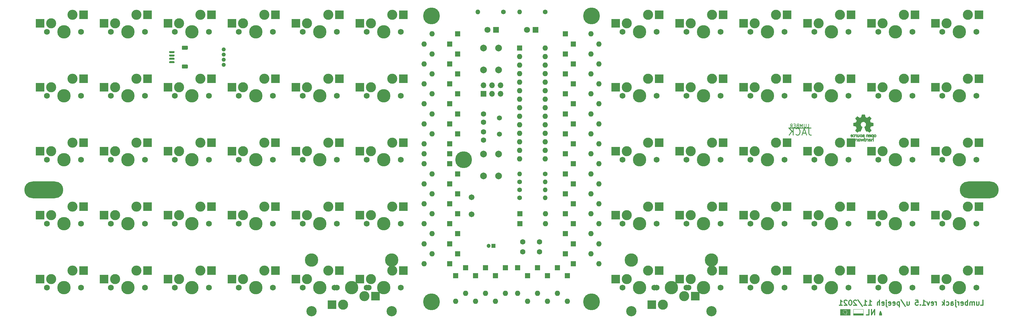
<source format=gbs>
G04 #@! TF.GenerationSoftware,KiCad,Pcbnew,(5.1.10)-1*
G04 #@! TF.CreationDate,2021-12-08T21:58:55+07:00*
G04 #@! TF.ProjectId,lumberjack,6c756d62-6572-46a6-9163-6b2e6b696361,1.5*
G04 #@! TF.SameCoordinates,Original*
G04 #@! TF.FileFunction,Soldermask,Bot*
G04 #@! TF.FilePolarity,Negative*
%FSLAX46Y46*%
G04 Gerber Fmt 4.6, Leading zero omitted, Abs format (unit mm)*
G04 Created by KiCad (PCBNEW (5.1.10)-1) date 2021-12-08 21:58:55*
%MOMM*%
%LPD*%
G01*
G04 APERTURE LIST*
%ADD10C,0.300000*%
%ADD11C,0.250000*%
%ADD12C,0.150000*%
%ADD13C,0.010000*%
%ADD14C,0.120000*%
%ADD15C,0.100000*%
%ADD16C,0.160000*%
%ADD17C,0.500000*%
%ADD18R,2.550000X2.500000*%
%ADD19C,1.750000*%
%ADD20C,3.000000*%
%ADD21C,3.987800*%
%ADD22C,3.048000*%
%ADD23R,1.600000X1.600000*%
%ADD24O,1.600000X1.600000*%
%ADD25O,1.400000X1.400000*%
%ADD26C,1.400000*%
%ADD27C,1.710000*%
%ADD28C,5.000000*%
%ADD29O,11.600000X5.000000*%
%ADD30R,1.200000X1.200000*%
%ADD31C,1.200000*%
%ADD32C,1.600000*%
%ADD33R,1.700000X1.700000*%
%ADD34O,1.700000X1.700000*%
%ADD35R,1.800000X1.800000*%
%ADD36C,1.800000*%
%ADD37C,2.000000*%
%ADD38C,1.500000*%
%ADD39C,1.244600*%
G04 APERTURE END LIST*
D10*
X292103571Y-145712571D02*
X292817857Y-145712571D01*
X292817857Y-144212571D01*
X290960714Y-144712571D02*
X290960714Y-145712571D01*
X291603571Y-144712571D02*
X291603571Y-145498285D01*
X291532142Y-145641142D01*
X291389285Y-145712571D01*
X291175000Y-145712571D01*
X291032142Y-145641142D01*
X290960714Y-145569714D01*
X290246428Y-145712571D02*
X290246428Y-144712571D01*
X290246428Y-144855428D02*
X290175000Y-144784000D01*
X290032142Y-144712571D01*
X289817857Y-144712571D01*
X289675000Y-144784000D01*
X289603571Y-144926857D01*
X289603571Y-145712571D01*
X289603571Y-144926857D02*
X289532142Y-144784000D01*
X289389285Y-144712571D01*
X289175000Y-144712571D01*
X289032142Y-144784000D01*
X288960714Y-144926857D01*
X288960714Y-145712571D01*
X288246428Y-145712571D02*
X288246428Y-144212571D01*
X288246428Y-144784000D02*
X288103571Y-144712571D01*
X287817857Y-144712571D01*
X287675000Y-144784000D01*
X287603571Y-144855428D01*
X287532142Y-144998285D01*
X287532142Y-145426857D01*
X287603571Y-145569714D01*
X287675000Y-145641142D01*
X287817857Y-145712571D01*
X288103571Y-145712571D01*
X288246428Y-145641142D01*
X286317857Y-145641142D02*
X286460714Y-145712571D01*
X286746428Y-145712571D01*
X286889285Y-145641142D01*
X286960714Y-145498285D01*
X286960714Y-144926857D01*
X286889285Y-144784000D01*
X286746428Y-144712571D01*
X286460714Y-144712571D01*
X286317857Y-144784000D01*
X286246428Y-144926857D01*
X286246428Y-145069714D01*
X286960714Y-145212571D01*
X285603571Y-145712571D02*
X285603571Y-144712571D01*
X285603571Y-144998285D02*
X285532142Y-144855428D01*
X285460714Y-144784000D01*
X285317857Y-144712571D01*
X285175000Y-144712571D01*
X284675000Y-144712571D02*
X284675000Y-145998285D01*
X284746428Y-146141142D01*
X284889285Y-146212571D01*
X284960714Y-146212571D01*
X284675000Y-144212571D02*
X284746428Y-144284000D01*
X284675000Y-144355428D01*
X284603571Y-144284000D01*
X284675000Y-144212571D01*
X284675000Y-144355428D01*
X283317857Y-145712571D02*
X283317857Y-144926857D01*
X283389285Y-144784000D01*
X283532142Y-144712571D01*
X283817857Y-144712571D01*
X283960714Y-144784000D01*
X283317857Y-145641142D02*
X283460714Y-145712571D01*
X283817857Y-145712571D01*
X283960714Y-145641142D01*
X284032142Y-145498285D01*
X284032142Y-145355428D01*
X283960714Y-145212571D01*
X283817857Y-145141142D01*
X283460714Y-145141142D01*
X283317857Y-145069714D01*
X281960714Y-145641142D02*
X282103571Y-145712571D01*
X282389285Y-145712571D01*
X282532142Y-145641142D01*
X282603571Y-145569714D01*
X282675000Y-145426857D01*
X282675000Y-144998285D01*
X282603571Y-144855428D01*
X282532142Y-144784000D01*
X282389285Y-144712571D01*
X282103571Y-144712571D01*
X281960714Y-144784000D01*
X281317857Y-145712571D02*
X281317857Y-144212571D01*
X281175000Y-145141142D02*
X280746428Y-145712571D01*
X280746428Y-144712571D02*
X281317857Y-145284000D01*
X278960714Y-145712571D02*
X278960714Y-144712571D01*
X278960714Y-144998285D02*
X278889285Y-144855428D01*
X278817857Y-144784000D01*
X278675000Y-144712571D01*
X278532142Y-144712571D01*
X277460714Y-145641142D02*
X277603571Y-145712571D01*
X277889285Y-145712571D01*
X278032142Y-145641142D01*
X278103571Y-145498285D01*
X278103571Y-144926857D01*
X278032142Y-144784000D01*
X277889285Y-144712571D01*
X277603571Y-144712571D01*
X277460714Y-144784000D01*
X277389285Y-144926857D01*
X277389285Y-145069714D01*
X278103571Y-145212571D01*
X276889285Y-144712571D02*
X276532142Y-145712571D01*
X276175000Y-144712571D01*
X274817857Y-145712571D02*
X275675000Y-145712571D01*
X275246428Y-145712571D02*
X275246428Y-144212571D01*
X275389285Y-144426857D01*
X275532142Y-144569714D01*
X275675000Y-144641142D01*
X274175000Y-145569714D02*
X274103571Y-145641142D01*
X274175000Y-145712571D01*
X274246428Y-145641142D01*
X274175000Y-145569714D01*
X274175000Y-145712571D01*
X272746428Y-144212571D02*
X273460714Y-144212571D01*
X273532142Y-144926857D01*
X273460714Y-144855428D01*
X273317857Y-144784000D01*
X272960714Y-144784000D01*
X272817857Y-144855428D01*
X272746428Y-144926857D01*
X272675000Y-145069714D01*
X272675000Y-145426857D01*
X272746428Y-145569714D01*
X272817857Y-145641142D01*
X272960714Y-145712571D01*
X273317857Y-145712571D01*
X273460714Y-145641142D01*
X273532142Y-145569714D01*
X270246428Y-144712571D02*
X270246428Y-145712571D01*
X270889285Y-144712571D02*
X270889285Y-145498285D01*
X270817857Y-145641142D01*
X270675000Y-145712571D01*
X270460714Y-145712571D01*
X270317857Y-145641142D01*
X270246428Y-145569714D01*
X268460714Y-144141142D02*
X269746428Y-146069714D01*
X267960714Y-144712571D02*
X267960714Y-146212571D01*
X267960714Y-144784000D02*
X267817857Y-144712571D01*
X267532142Y-144712571D01*
X267389285Y-144784000D01*
X267317857Y-144855428D01*
X267246428Y-144998285D01*
X267246428Y-145426857D01*
X267317857Y-145569714D01*
X267389285Y-145641142D01*
X267532142Y-145712571D01*
X267817857Y-145712571D01*
X267960714Y-145641142D01*
X266032142Y-145641142D02*
X266175000Y-145712571D01*
X266460714Y-145712571D01*
X266603571Y-145641142D01*
X266675000Y-145498285D01*
X266675000Y-144926857D01*
X266603571Y-144784000D01*
X266460714Y-144712571D01*
X266175000Y-144712571D01*
X266032142Y-144784000D01*
X265960714Y-144926857D01*
X265960714Y-145069714D01*
X266675000Y-145212571D01*
X264746428Y-145641142D02*
X264889285Y-145712571D01*
X265175000Y-145712571D01*
X265317857Y-145641142D01*
X265389285Y-145498285D01*
X265389285Y-144926857D01*
X265317857Y-144784000D01*
X265175000Y-144712571D01*
X264889285Y-144712571D01*
X264746428Y-144784000D01*
X264675000Y-144926857D01*
X264675000Y-145069714D01*
X265389285Y-145212571D01*
X264032142Y-144712571D02*
X264032142Y-145998285D01*
X264103571Y-146141142D01*
X264246428Y-146212571D01*
X264317857Y-146212571D01*
X264032142Y-144212571D02*
X264103571Y-144284000D01*
X264032142Y-144355428D01*
X263960714Y-144284000D01*
X264032142Y-144212571D01*
X264032142Y-144355428D01*
X262746428Y-145641142D02*
X262889285Y-145712571D01*
X263175000Y-145712571D01*
X263317857Y-145641142D01*
X263389285Y-145498285D01*
X263389285Y-144926857D01*
X263317857Y-144784000D01*
X263175000Y-144712571D01*
X262889285Y-144712571D01*
X262746428Y-144784000D01*
X262675000Y-144926857D01*
X262675000Y-145069714D01*
X263389285Y-145212571D01*
X262032142Y-145712571D02*
X262032142Y-144212571D01*
X261389285Y-145712571D02*
X261389285Y-144926857D01*
X261460714Y-144784000D01*
X261603571Y-144712571D01*
X261817857Y-144712571D01*
X261960714Y-144784000D01*
X262032142Y-144855428D01*
X258746428Y-145712571D02*
X259603571Y-145712571D01*
X259175000Y-145712571D02*
X259175000Y-144212571D01*
X259317857Y-144426857D01*
X259460714Y-144569714D01*
X259603571Y-144641142D01*
X257317857Y-145712571D02*
X258175000Y-145712571D01*
X257746428Y-145712571D02*
X257746428Y-144212571D01*
X257889285Y-144426857D01*
X258032142Y-144569714D01*
X258175000Y-144641142D01*
X255603571Y-144141142D02*
X256889285Y-146069714D01*
X255175000Y-144355428D02*
X255103571Y-144284000D01*
X254960714Y-144212571D01*
X254603571Y-144212571D01*
X254460714Y-144284000D01*
X254389285Y-144355428D01*
X254317857Y-144498285D01*
X254317857Y-144641142D01*
X254389285Y-144855428D01*
X255246428Y-145712571D01*
X254317857Y-145712571D01*
X253389285Y-144212571D02*
X253246428Y-144212571D01*
X253103571Y-144284000D01*
X253032142Y-144355428D01*
X252960714Y-144498285D01*
X252889285Y-144784000D01*
X252889285Y-145141142D01*
X252960714Y-145426857D01*
X253032142Y-145569714D01*
X253103571Y-145641142D01*
X253246428Y-145712571D01*
X253389285Y-145712571D01*
X253532142Y-145641142D01*
X253603571Y-145569714D01*
X253675000Y-145426857D01*
X253746428Y-145141142D01*
X253746428Y-144784000D01*
X253675000Y-144498285D01*
X253603571Y-144355428D01*
X253532142Y-144284000D01*
X253389285Y-144212571D01*
X252317857Y-144355428D02*
X252246428Y-144284000D01*
X252103571Y-144212571D01*
X251746428Y-144212571D01*
X251603571Y-144284000D01*
X251532142Y-144355428D01*
X251460714Y-144498285D01*
X251460714Y-144641142D01*
X251532142Y-144855428D01*
X252389285Y-145712571D01*
X251460714Y-145712571D01*
X250032142Y-145712571D02*
X250889285Y-145712571D01*
X250460714Y-145712571D02*
X250460714Y-144212571D01*
X250603571Y-144426857D01*
X250746428Y-144569714D01*
X250889285Y-144641142D01*
D11*
X240886428Y-92973511D02*
X240886428Y-94402083D01*
X240981666Y-94687797D01*
X241172142Y-94878273D01*
X241457857Y-94973511D01*
X241648333Y-94973511D01*
X240029285Y-94402083D02*
X239076904Y-94402083D01*
X240219761Y-94973511D02*
X239553095Y-92973511D01*
X238886428Y-94973511D01*
X237076904Y-94783035D02*
X237172142Y-94878273D01*
X237457857Y-94973511D01*
X237648333Y-94973511D01*
X237934047Y-94878273D01*
X238124523Y-94687797D01*
X238219761Y-94497321D01*
X238315000Y-94116369D01*
X238315000Y-93830654D01*
X238219761Y-93449702D01*
X238124523Y-93259226D01*
X237934047Y-93068750D01*
X237648333Y-92973511D01*
X237457857Y-92973511D01*
X237172142Y-93068750D01*
X237076904Y-93163988D01*
X236219761Y-94973511D02*
X236219761Y-92973511D01*
X235076904Y-94973511D02*
X235934047Y-93830654D01*
X235076904Y-92973511D02*
X236219761Y-94116369D01*
D12*
X240463095Y-92721130D02*
X240939285Y-92721130D01*
X240939285Y-91721130D01*
X240129761Y-91721130D02*
X240129761Y-92530654D01*
X240082142Y-92625892D01*
X240034523Y-92673511D01*
X239939285Y-92721130D01*
X239748809Y-92721130D01*
X239653571Y-92673511D01*
X239605952Y-92625892D01*
X239558333Y-92530654D01*
X239558333Y-91721130D01*
X239082142Y-92721130D02*
X239082142Y-91721130D01*
X238748809Y-92435416D01*
X238415476Y-91721130D01*
X238415476Y-92721130D01*
X237605952Y-92197321D02*
X237463095Y-92244940D01*
X237415476Y-92292559D01*
X237367857Y-92387797D01*
X237367857Y-92530654D01*
X237415476Y-92625892D01*
X237463095Y-92673511D01*
X237558333Y-92721130D01*
X237939285Y-92721130D01*
X237939285Y-91721130D01*
X237605952Y-91721130D01*
X237510714Y-91768750D01*
X237463095Y-91816369D01*
X237415476Y-91911607D01*
X237415476Y-92006845D01*
X237463095Y-92102083D01*
X237510714Y-92149702D01*
X237605952Y-92197321D01*
X237939285Y-92197321D01*
X236939285Y-92197321D02*
X236605952Y-92197321D01*
X236463095Y-92721130D02*
X236939285Y-92721130D01*
X236939285Y-91721130D01*
X236463095Y-91721130D01*
X235463095Y-92721130D02*
X235796428Y-92244940D01*
X236034523Y-92721130D02*
X236034523Y-91721130D01*
X235653571Y-91721130D01*
X235558333Y-91768750D01*
X235510714Y-91816369D01*
X235463095Y-91911607D01*
X235463095Y-92054464D01*
X235510714Y-92149702D01*
X235558333Y-92197321D01*
X235653571Y-92244940D01*
X236034523Y-92244940D01*
D10*
X260582761Y-148597809D02*
X260582761Y-146997809D01*
X259668476Y-148597809D01*
X259668476Y-146997809D01*
X258144666Y-148597809D02*
X258906571Y-148597809D01*
X258906571Y-146997809D01*
D11*
X241625000Y-92878750D02*
X234925000Y-92868750D01*
D13*
G36*
X256674036Y-89267326D02*
G01*
X256598487Y-89668072D01*
X256040959Y-89897904D01*
X255706535Y-89670498D01*
X255612878Y-89607181D01*
X255528218Y-89550646D01*
X255456505Y-89503477D01*
X255401689Y-89468252D01*
X255367720Y-89447555D01*
X255358470Y-89443092D01*
X255341805Y-89454570D01*
X255306194Y-89486301D01*
X255255629Y-89534233D01*
X255194100Y-89594312D01*
X255125601Y-89662483D01*
X255054121Y-89734695D01*
X254983653Y-89806892D01*
X254918189Y-89875023D01*
X254861720Y-89935033D01*
X254818237Y-89982869D01*
X254791732Y-90014477D01*
X254785395Y-90025055D01*
X254794514Y-90044556D01*
X254820080Y-90087281D01*
X254859403Y-90149048D01*
X254909797Y-90225681D01*
X254968573Y-90312998D01*
X255002632Y-90362802D01*
X255064711Y-90453743D01*
X255119874Y-90535809D01*
X255165446Y-90604913D01*
X255198750Y-90656972D01*
X255217110Y-90687900D01*
X255219869Y-90694400D01*
X255213615Y-90712871D01*
X255196566Y-90755922D01*
X255171297Y-90817499D01*
X255140378Y-90891549D01*
X255106382Y-90972020D01*
X255071882Y-91052857D01*
X255039449Y-91128008D01*
X255011657Y-91191421D01*
X254991077Y-91237043D01*
X254980281Y-91258819D01*
X254979644Y-91259676D01*
X254962693Y-91263834D01*
X254917549Y-91273111D01*
X254848890Y-91286594D01*
X254761398Y-91303371D01*
X254659750Y-91322531D01*
X254600444Y-91333580D01*
X254491828Y-91354260D01*
X254393723Y-91373939D01*
X254311091Y-91391539D01*
X254248896Y-91405983D01*
X254212101Y-91416196D01*
X254204704Y-91419436D01*
X254197460Y-91441367D01*
X254191615Y-91490897D01*
X254187165Y-91562235D01*
X254184107Y-91649589D01*
X254182435Y-91747167D01*
X254182147Y-91849176D01*
X254183239Y-91949825D01*
X254185706Y-92043322D01*
X254189544Y-92123875D01*
X254194750Y-92185692D01*
X254201319Y-92222980D01*
X254205259Y-92230743D01*
X254228812Y-92240048D01*
X254278718Y-92253350D01*
X254348377Y-92269087D01*
X254431187Y-92285696D01*
X254460095Y-92291069D01*
X254599469Y-92316598D01*
X254709564Y-92337158D01*
X254794018Y-92353565D01*
X254856470Y-92366637D01*
X254900556Y-92377191D01*
X254929915Y-92386044D01*
X254948185Y-92394013D01*
X254959002Y-92401915D01*
X254960515Y-92403477D01*
X254975623Y-92428636D01*
X254998671Y-92477600D01*
X255027356Y-92544371D01*
X255059378Y-92622955D01*
X255092435Y-92707357D01*
X255124227Y-92791580D01*
X255152451Y-92869629D01*
X255174807Y-92935509D01*
X255188993Y-92983223D01*
X255192707Y-93006777D01*
X255192398Y-93007602D01*
X255179811Y-93026854D01*
X255151256Y-93069213D01*
X255109733Y-93130271D01*
X255058244Y-93205618D01*
X254999789Y-93290846D01*
X254983142Y-93315065D01*
X254923785Y-93402873D01*
X254871553Y-93482988D01*
X254829292Y-93550812D01*
X254799847Y-93601743D01*
X254786063Y-93631181D01*
X254785395Y-93634798D01*
X254796976Y-93653807D01*
X254828976Y-93691464D01*
X254877282Y-93743723D01*
X254937780Y-93806536D01*
X255006356Y-93875856D01*
X255078896Y-93947635D01*
X255151288Y-94017827D01*
X255219416Y-94082385D01*
X255279168Y-94137260D01*
X255326429Y-94178406D01*
X255357087Y-94201776D01*
X255365568Y-94205592D01*
X255385309Y-94196605D01*
X255425726Y-94172366D01*
X255480237Y-94136959D01*
X255522177Y-94108461D01*
X255598171Y-94056168D01*
X255688166Y-93994595D01*
X255778436Y-93933120D01*
X255826968Y-93900219D01*
X255991238Y-93789109D01*
X256129131Y-93863666D01*
X256191951Y-93896328D01*
X256245371Y-93921716D01*
X256281516Y-93936196D01*
X256290716Y-93938210D01*
X256301779Y-93923334D01*
X256323606Y-93881297D01*
X256354566Y-93815977D01*
X256393030Y-93731250D01*
X256437368Y-93630995D01*
X256485953Y-93519089D01*
X256537154Y-93399409D01*
X256589341Y-93275834D01*
X256640887Y-93152241D01*
X256690160Y-93032507D01*
X256735533Y-92920509D01*
X256775375Y-92820127D01*
X256808058Y-92735236D01*
X256831951Y-92669715D01*
X256845426Y-92627440D01*
X256847594Y-92612922D01*
X256830417Y-92594403D01*
X256792810Y-92564340D01*
X256742634Y-92528982D01*
X256738422Y-92526184D01*
X256608736Y-92422375D01*
X256504166Y-92301265D01*
X256425619Y-92166726D01*
X256374001Y-92022632D01*
X256350218Y-91872855D01*
X256355177Y-91721267D01*
X256389783Y-91571742D01*
X256454943Y-91428150D01*
X256474114Y-91396734D01*
X256573826Y-91269875D01*
X256691623Y-91168005D01*
X256823429Y-91091654D01*
X256965167Y-91041352D01*
X257112758Y-91017629D01*
X257262127Y-91021015D01*
X257409197Y-91052038D01*
X257549889Y-91111230D01*
X257680127Y-91199119D01*
X257720414Y-91234792D01*
X257822945Y-91346456D01*
X257897659Y-91464007D01*
X257948910Y-91595770D01*
X257977454Y-91726257D01*
X257984500Y-91872966D01*
X257961004Y-92020403D01*
X257909351Y-92163584D01*
X257831929Y-92297527D01*
X257731125Y-92417248D01*
X257609324Y-92517764D01*
X257593316Y-92528359D01*
X257542602Y-92563056D01*
X257504050Y-92593120D01*
X257485619Y-92612315D01*
X257485351Y-92612922D01*
X257489308Y-92633686D01*
X257504993Y-92680812D01*
X257530778Y-92750423D01*
X257565031Y-92838643D01*
X257606123Y-92941594D01*
X257652424Y-93055400D01*
X257702304Y-93176185D01*
X257754133Y-93300071D01*
X257806281Y-93423182D01*
X257857118Y-93541641D01*
X257905013Y-93651573D01*
X257948338Y-93749099D01*
X257985462Y-93830343D01*
X258014756Y-93891429D01*
X258034588Y-93928480D01*
X258042574Y-93938210D01*
X258066979Y-93930633D01*
X258112642Y-93910310D01*
X258171690Y-93880875D01*
X258204160Y-93863666D01*
X258342053Y-93789109D01*
X258506323Y-93900219D01*
X258590179Y-93957140D01*
X258681987Y-94019780D01*
X258768020Y-94078761D01*
X258811113Y-94108461D01*
X258871723Y-94149160D01*
X258923045Y-94181413D01*
X258958385Y-94201134D01*
X258969863Y-94205304D01*
X258986570Y-94194057D01*
X259023546Y-94162661D01*
X259077205Y-94114374D01*
X259143962Y-94052458D01*
X259220234Y-93980171D01*
X259268473Y-93933758D01*
X259352867Y-93850837D01*
X259425803Y-93776670D01*
X259484331Y-93714430D01*
X259525503Y-93667291D01*
X259546372Y-93638423D01*
X259548374Y-93632565D01*
X259539083Y-93610282D01*
X259513409Y-93565227D01*
X259474200Y-93501961D01*
X259424303Y-93425045D01*
X259366567Y-93339042D01*
X259350149Y-93315065D01*
X259290323Y-93227920D01*
X259236650Y-93149460D01*
X259192130Y-93084095D01*
X259159765Y-93036234D01*
X259142555Y-93010285D01*
X259140893Y-93007602D01*
X259143379Y-92986922D01*
X259156577Y-92941454D01*
X259178186Y-92877194D01*
X259205904Y-92800137D01*
X259237430Y-92716279D01*
X259270463Y-92631616D01*
X259302701Y-92552142D01*
X259331843Y-92483854D01*
X259355588Y-92432747D01*
X259371635Y-92404817D01*
X259372775Y-92403477D01*
X259382588Y-92395495D01*
X259399161Y-92387601D01*
X259426132Y-92378979D01*
X259467139Y-92368812D01*
X259525820Y-92356281D01*
X259605813Y-92340571D01*
X259710755Y-92320863D01*
X259844285Y-92296342D01*
X259873196Y-92291069D01*
X259958882Y-92274514D01*
X260033582Y-92258319D01*
X260090694Y-92244046D01*
X260123617Y-92233258D01*
X260128031Y-92230743D01*
X260135306Y-92208446D01*
X260141219Y-92158619D01*
X260145766Y-92087054D01*
X260148945Y-91999543D01*
X260150749Y-91901878D01*
X260151177Y-91799851D01*
X260150223Y-91699253D01*
X260147884Y-91605877D01*
X260144156Y-91525515D01*
X260139034Y-91463959D01*
X260132516Y-91427000D01*
X260128586Y-91419436D01*
X260106708Y-91411806D01*
X260056891Y-91399392D01*
X259984097Y-91383272D01*
X259893289Y-91364523D01*
X259789431Y-91344221D01*
X259732846Y-91333580D01*
X259625486Y-91313510D01*
X259529746Y-91295330D01*
X259450306Y-91279949D01*
X259391846Y-91268281D01*
X259359045Y-91261238D01*
X259353646Y-91259676D01*
X259344522Y-91242072D01*
X259325235Y-91199668D01*
X259298355Y-91138522D01*
X259266454Y-91064693D01*
X259232102Y-90984239D01*
X259197871Y-90903218D01*
X259166331Y-90827687D01*
X259140054Y-90763705D01*
X259121611Y-90717330D01*
X259113571Y-90694619D01*
X259113422Y-90693626D01*
X259122535Y-90675711D01*
X259148086Y-90634483D01*
X259187388Y-90574041D01*
X259237757Y-90498481D01*
X259296506Y-90411902D01*
X259330658Y-90362171D01*
X259392890Y-90270986D01*
X259448164Y-90188199D01*
X259493782Y-90117999D01*
X259527048Y-90064574D01*
X259545264Y-90032111D01*
X259547895Y-90024833D01*
X259536586Y-90007895D01*
X259505319Y-89971728D01*
X259458090Y-89920385D01*
X259398892Y-89857917D01*
X259331719Y-89788376D01*
X259260566Y-89715815D01*
X259189426Y-89644285D01*
X259122293Y-89577837D01*
X259063161Y-89520524D01*
X259016025Y-89476397D01*
X258984877Y-89449509D01*
X258974457Y-89443092D01*
X258957491Y-89452115D01*
X258916911Y-89477465D01*
X258856663Y-89516560D01*
X258780693Y-89566821D01*
X258692946Y-89625667D01*
X258626756Y-89670498D01*
X258292332Y-89897904D01*
X258013567Y-89782988D01*
X257734803Y-89668072D01*
X257659254Y-89267326D01*
X257583706Y-88866579D01*
X256749585Y-88866579D01*
X256674036Y-89267326D01*
G37*
X256674036Y-89267326D02*
X256598487Y-89668072D01*
X256040959Y-89897904D01*
X255706535Y-89670498D01*
X255612878Y-89607181D01*
X255528218Y-89550646D01*
X255456505Y-89503477D01*
X255401689Y-89468252D01*
X255367720Y-89447555D01*
X255358470Y-89443092D01*
X255341805Y-89454570D01*
X255306194Y-89486301D01*
X255255629Y-89534233D01*
X255194100Y-89594312D01*
X255125601Y-89662483D01*
X255054121Y-89734695D01*
X254983653Y-89806892D01*
X254918189Y-89875023D01*
X254861720Y-89935033D01*
X254818237Y-89982869D01*
X254791732Y-90014477D01*
X254785395Y-90025055D01*
X254794514Y-90044556D01*
X254820080Y-90087281D01*
X254859403Y-90149048D01*
X254909797Y-90225681D01*
X254968573Y-90312998D01*
X255002632Y-90362802D01*
X255064711Y-90453743D01*
X255119874Y-90535809D01*
X255165446Y-90604913D01*
X255198750Y-90656972D01*
X255217110Y-90687900D01*
X255219869Y-90694400D01*
X255213615Y-90712871D01*
X255196566Y-90755922D01*
X255171297Y-90817499D01*
X255140378Y-90891549D01*
X255106382Y-90972020D01*
X255071882Y-91052857D01*
X255039449Y-91128008D01*
X255011657Y-91191421D01*
X254991077Y-91237043D01*
X254980281Y-91258819D01*
X254979644Y-91259676D01*
X254962693Y-91263834D01*
X254917549Y-91273111D01*
X254848890Y-91286594D01*
X254761398Y-91303371D01*
X254659750Y-91322531D01*
X254600444Y-91333580D01*
X254491828Y-91354260D01*
X254393723Y-91373939D01*
X254311091Y-91391539D01*
X254248896Y-91405983D01*
X254212101Y-91416196D01*
X254204704Y-91419436D01*
X254197460Y-91441367D01*
X254191615Y-91490897D01*
X254187165Y-91562235D01*
X254184107Y-91649589D01*
X254182435Y-91747167D01*
X254182147Y-91849176D01*
X254183239Y-91949825D01*
X254185706Y-92043322D01*
X254189544Y-92123875D01*
X254194750Y-92185692D01*
X254201319Y-92222980D01*
X254205259Y-92230743D01*
X254228812Y-92240048D01*
X254278718Y-92253350D01*
X254348377Y-92269087D01*
X254431187Y-92285696D01*
X254460095Y-92291069D01*
X254599469Y-92316598D01*
X254709564Y-92337158D01*
X254794018Y-92353565D01*
X254856470Y-92366637D01*
X254900556Y-92377191D01*
X254929915Y-92386044D01*
X254948185Y-92394013D01*
X254959002Y-92401915D01*
X254960515Y-92403477D01*
X254975623Y-92428636D01*
X254998671Y-92477600D01*
X255027356Y-92544371D01*
X255059378Y-92622955D01*
X255092435Y-92707357D01*
X255124227Y-92791580D01*
X255152451Y-92869629D01*
X255174807Y-92935509D01*
X255188993Y-92983223D01*
X255192707Y-93006777D01*
X255192398Y-93007602D01*
X255179811Y-93026854D01*
X255151256Y-93069213D01*
X255109733Y-93130271D01*
X255058244Y-93205618D01*
X254999789Y-93290846D01*
X254983142Y-93315065D01*
X254923785Y-93402873D01*
X254871553Y-93482988D01*
X254829292Y-93550812D01*
X254799847Y-93601743D01*
X254786063Y-93631181D01*
X254785395Y-93634798D01*
X254796976Y-93653807D01*
X254828976Y-93691464D01*
X254877282Y-93743723D01*
X254937780Y-93806536D01*
X255006356Y-93875856D01*
X255078896Y-93947635D01*
X255151288Y-94017827D01*
X255219416Y-94082385D01*
X255279168Y-94137260D01*
X255326429Y-94178406D01*
X255357087Y-94201776D01*
X255365568Y-94205592D01*
X255385309Y-94196605D01*
X255425726Y-94172366D01*
X255480237Y-94136959D01*
X255522177Y-94108461D01*
X255598171Y-94056168D01*
X255688166Y-93994595D01*
X255778436Y-93933120D01*
X255826968Y-93900219D01*
X255991238Y-93789109D01*
X256129131Y-93863666D01*
X256191951Y-93896328D01*
X256245371Y-93921716D01*
X256281516Y-93936196D01*
X256290716Y-93938210D01*
X256301779Y-93923334D01*
X256323606Y-93881297D01*
X256354566Y-93815977D01*
X256393030Y-93731250D01*
X256437368Y-93630995D01*
X256485953Y-93519089D01*
X256537154Y-93399409D01*
X256589341Y-93275834D01*
X256640887Y-93152241D01*
X256690160Y-93032507D01*
X256735533Y-92920509D01*
X256775375Y-92820127D01*
X256808058Y-92735236D01*
X256831951Y-92669715D01*
X256845426Y-92627440D01*
X256847594Y-92612922D01*
X256830417Y-92594403D01*
X256792810Y-92564340D01*
X256742634Y-92528982D01*
X256738422Y-92526184D01*
X256608736Y-92422375D01*
X256504166Y-92301265D01*
X256425619Y-92166726D01*
X256374001Y-92022632D01*
X256350218Y-91872855D01*
X256355177Y-91721267D01*
X256389783Y-91571742D01*
X256454943Y-91428150D01*
X256474114Y-91396734D01*
X256573826Y-91269875D01*
X256691623Y-91168005D01*
X256823429Y-91091654D01*
X256965167Y-91041352D01*
X257112758Y-91017629D01*
X257262127Y-91021015D01*
X257409197Y-91052038D01*
X257549889Y-91111230D01*
X257680127Y-91199119D01*
X257720414Y-91234792D01*
X257822945Y-91346456D01*
X257897659Y-91464007D01*
X257948910Y-91595770D01*
X257977454Y-91726257D01*
X257984500Y-91872966D01*
X257961004Y-92020403D01*
X257909351Y-92163584D01*
X257831929Y-92297527D01*
X257731125Y-92417248D01*
X257609324Y-92517764D01*
X257593316Y-92528359D01*
X257542602Y-92563056D01*
X257504050Y-92593120D01*
X257485619Y-92612315D01*
X257485351Y-92612922D01*
X257489308Y-92633686D01*
X257504993Y-92680812D01*
X257530778Y-92750423D01*
X257565031Y-92838643D01*
X257606123Y-92941594D01*
X257652424Y-93055400D01*
X257702304Y-93176185D01*
X257754133Y-93300071D01*
X257806281Y-93423182D01*
X257857118Y-93541641D01*
X257905013Y-93651573D01*
X257948338Y-93749099D01*
X257985462Y-93830343D01*
X258014756Y-93891429D01*
X258034588Y-93928480D01*
X258042574Y-93938210D01*
X258066979Y-93930633D01*
X258112642Y-93910310D01*
X258171690Y-93880875D01*
X258204160Y-93863666D01*
X258342053Y-93789109D01*
X258506323Y-93900219D01*
X258590179Y-93957140D01*
X258681987Y-94019780D01*
X258768020Y-94078761D01*
X258811113Y-94108461D01*
X258871723Y-94149160D01*
X258923045Y-94181413D01*
X258958385Y-94201134D01*
X258969863Y-94205304D01*
X258986570Y-94194057D01*
X259023546Y-94162661D01*
X259077205Y-94114374D01*
X259143962Y-94052458D01*
X259220234Y-93980171D01*
X259268473Y-93933758D01*
X259352867Y-93850837D01*
X259425803Y-93776670D01*
X259484331Y-93714430D01*
X259525503Y-93667291D01*
X259546372Y-93638423D01*
X259548374Y-93632565D01*
X259539083Y-93610282D01*
X259513409Y-93565227D01*
X259474200Y-93501961D01*
X259424303Y-93425045D01*
X259366567Y-93339042D01*
X259350149Y-93315065D01*
X259290323Y-93227920D01*
X259236650Y-93149460D01*
X259192130Y-93084095D01*
X259159765Y-93036234D01*
X259142555Y-93010285D01*
X259140893Y-93007602D01*
X259143379Y-92986922D01*
X259156577Y-92941454D01*
X259178186Y-92877194D01*
X259205904Y-92800137D01*
X259237430Y-92716279D01*
X259270463Y-92631616D01*
X259302701Y-92552142D01*
X259331843Y-92483854D01*
X259355588Y-92432747D01*
X259371635Y-92404817D01*
X259372775Y-92403477D01*
X259382588Y-92395495D01*
X259399161Y-92387601D01*
X259426132Y-92378979D01*
X259467139Y-92368812D01*
X259525820Y-92356281D01*
X259605813Y-92340571D01*
X259710755Y-92320863D01*
X259844285Y-92296342D01*
X259873196Y-92291069D01*
X259958882Y-92274514D01*
X260033582Y-92258319D01*
X260090694Y-92244046D01*
X260123617Y-92233258D01*
X260128031Y-92230743D01*
X260135306Y-92208446D01*
X260141219Y-92158619D01*
X260145766Y-92087054D01*
X260148945Y-91999543D01*
X260150749Y-91901878D01*
X260151177Y-91799851D01*
X260150223Y-91699253D01*
X260147884Y-91605877D01*
X260144156Y-91525515D01*
X260139034Y-91463959D01*
X260132516Y-91427000D01*
X260128586Y-91419436D01*
X260106708Y-91411806D01*
X260056891Y-91399392D01*
X259984097Y-91383272D01*
X259893289Y-91364523D01*
X259789431Y-91344221D01*
X259732846Y-91333580D01*
X259625486Y-91313510D01*
X259529746Y-91295330D01*
X259450306Y-91279949D01*
X259391846Y-91268281D01*
X259359045Y-91261238D01*
X259353646Y-91259676D01*
X259344522Y-91242072D01*
X259325235Y-91199668D01*
X259298355Y-91138522D01*
X259266454Y-91064693D01*
X259232102Y-90984239D01*
X259197871Y-90903218D01*
X259166331Y-90827687D01*
X259140054Y-90763705D01*
X259121611Y-90717330D01*
X259113571Y-90694619D01*
X259113422Y-90693626D01*
X259122535Y-90675711D01*
X259148086Y-90634483D01*
X259187388Y-90574041D01*
X259237757Y-90498481D01*
X259296506Y-90411902D01*
X259330658Y-90362171D01*
X259392890Y-90270986D01*
X259448164Y-90188199D01*
X259493782Y-90117999D01*
X259527048Y-90064574D01*
X259545264Y-90032111D01*
X259547895Y-90024833D01*
X259536586Y-90007895D01*
X259505319Y-89971728D01*
X259458090Y-89920385D01*
X259398892Y-89857917D01*
X259331719Y-89788376D01*
X259260566Y-89715815D01*
X259189426Y-89644285D01*
X259122293Y-89577837D01*
X259063161Y-89520524D01*
X259016025Y-89476397D01*
X258984877Y-89449509D01*
X258974457Y-89443092D01*
X258957491Y-89452115D01*
X258916911Y-89477465D01*
X258856663Y-89516560D01*
X258780693Y-89566821D01*
X258692946Y-89625667D01*
X258626756Y-89670498D01*
X258292332Y-89897904D01*
X258013567Y-89782988D01*
X257734803Y-89668072D01*
X257659254Y-89267326D01*
X257583706Y-88866579D01*
X256749585Y-88866579D01*
X256674036Y-89267326D01*
G36*
X254783612Y-94806395D02*
G01*
X254726135Y-94823956D01*
X254689128Y-94846145D01*
X254677073Y-94863692D01*
X254680391Y-94884492D01*
X254701921Y-94917169D01*
X254720126Y-94940312D01*
X254757656Y-94982152D01*
X254785852Y-94999755D01*
X254809889Y-94998606D01*
X254881192Y-94980460D01*
X254933558Y-94981284D01*
X254976082Y-95001848D01*
X254990358Y-95013884D01*
X255036053Y-95056233D01*
X255036053Y-95609276D01*
X255219869Y-95609276D01*
X255219869Y-94807171D01*
X255127961Y-94807171D01*
X255072781Y-94809353D01*
X255044312Y-94817101D01*
X255036057Y-94832218D01*
X255036053Y-94832666D01*
X255032155Y-94848499D01*
X255014526Y-94846434D01*
X254990099Y-94835011D01*
X254939650Y-94813755D01*
X254898684Y-94800966D01*
X254845972Y-94797688D01*
X254783612Y-94806395D01*
G37*
X254783612Y-94806395D02*
X254726135Y-94823956D01*
X254689128Y-94846145D01*
X254677073Y-94863692D01*
X254680391Y-94884492D01*
X254701921Y-94917169D01*
X254720126Y-94940312D01*
X254757656Y-94982152D01*
X254785852Y-94999755D01*
X254809889Y-94998606D01*
X254881192Y-94980460D01*
X254933558Y-94981284D01*
X254976082Y-95001848D01*
X254990358Y-95013884D01*
X255036053Y-95056233D01*
X255036053Y-95609276D01*
X255219869Y-95609276D01*
X255219869Y-94807171D01*
X255127961Y-94807171D01*
X255072781Y-94809353D01*
X255044312Y-94817101D01*
X255036057Y-94832218D01*
X255036053Y-94832666D01*
X255032155Y-94848499D01*
X255014526Y-94846434D01*
X254990099Y-94835011D01*
X254939650Y-94813755D01*
X254898684Y-94800966D01*
X254845972Y-94797688D01*
X254783612Y-94806395D01*
G36*
X258177043Y-94820976D02*
G01*
X258135454Y-94840840D01*
X258095175Y-94869534D01*
X258064490Y-94902559D01*
X258042139Y-94944681D01*
X258026864Y-95000665D01*
X258017408Y-95075278D01*
X258012513Y-95173285D01*
X258010919Y-95299452D01*
X258010894Y-95312664D01*
X258010527Y-95609276D01*
X258194343Y-95609276D01*
X258194343Y-95335831D01*
X258194473Y-95234527D01*
X258195379Y-95161103D01*
X258197827Y-95110021D01*
X258202586Y-95075740D01*
X258210426Y-95052721D01*
X258222115Y-95035423D01*
X258238398Y-95018331D01*
X258295366Y-94981607D01*
X258357555Y-94974792D01*
X258416801Y-94998011D01*
X258437405Y-95015293D01*
X258452530Y-95031541D01*
X258463390Y-95048941D01*
X258470690Y-95072962D01*
X258475137Y-95109072D01*
X258477436Y-95162738D01*
X258478296Y-95239430D01*
X258478422Y-95332793D01*
X258478422Y-95609276D01*
X258662237Y-95609276D01*
X258662237Y-94807171D01*
X258570329Y-94807171D01*
X258515149Y-94809353D01*
X258486680Y-94817101D01*
X258478425Y-94832218D01*
X258478422Y-94832666D01*
X258474592Y-94847470D01*
X258457699Y-94845790D01*
X258424112Y-94829523D01*
X258347937Y-94805590D01*
X258260800Y-94802928D01*
X258177043Y-94820976D01*
G37*
X258177043Y-94820976D02*
X258135454Y-94840840D01*
X258095175Y-94869534D01*
X258064490Y-94902559D01*
X258042139Y-94944681D01*
X258026864Y-95000665D01*
X258017408Y-95075278D01*
X258012513Y-95173285D01*
X258010919Y-95299452D01*
X258010894Y-95312664D01*
X258010527Y-95609276D01*
X258194343Y-95609276D01*
X258194343Y-95335831D01*
X258194473Y-95234527D01*
X258195379Y-95161103D01*
X258197827Y-95110021D01*
X258202586Y-95075740D01*
X258210426Y-95052721D01*
X258222115Y-95035423D01*
X258238398Y-95018331D01*
X258295366Y-94981607D01*
X258357555Y-94974792D01*
X258416801Y-94998011D01*
X258437405Y-95015293D01*
X258452530Y-95031541D01*
X258463390Y-95048941D01*
X258470690Y-95072962D01*
X258475137Y-95109072D01*
X258477436Y-95162738D01*
X258478296Y-95239430D01*
X258478422Y-95332793D01*
X258478422Y-95609276D01*
X258662237Y-95609276D01*
X258662237Y-94807171D01*
X258570329Y-94807171D01*
X258515149Y-94809353D01*
X258486680Y-94817101D01*
X258478425Y-94832218D01*
X258478422Y-94832666D01*
X258474592Y-94847470D01*
X258457699Y-94845790D01*
X258424112Y-94829523D01*
X258347937Y-94805590D01*
X258260800Y-94802928D01*
X258177043Y-94820976D01*
G36*
X253616216Y-94804304D02*
G01*
X253573426Y-94814699D01*
X253491391Y-94852763D01*
X253421243Y-94910899D01*
X253372695Y-94980602D01*
X253366025Y-94996252D01*
X253356876Y-95037246D01*
X253350471Y-95097888D01*
X253348290Y-95159180D01*
X253348290Y-95275066D01*
X253590593Y-95275066D01*
X253690529Y-95275443D01*
X253760931Y-95277737D01*
X253805687Y-95283688D01*
X253828685Y-95295035D01*
X253833811Y-95313521D01*
X253824952Y-95340886D01*
X253809083Y-95372905D01*
X253764816Y-95426342D01*
X253703301Y-95452965D01*
X253628115Y-95452097D01*
X253542947Y-95423121D01*
X253469341Y-95387361D01*
X253408266Y-95435654D01*
X253347190Y-95483947D01*
X253404649Y-95537035D01*
X253481359Y-95587195D01*
X253575698Y-95617438D01*
X253677173Y-95625901D01*
X253775289Y-95610724D01*
X253791119Y-95605574D01*
X253877353Y-95560541D01*
X253941499Y-95493402D01*
X253984909Y-95402155D01*
X254008936Y-95284794D01*
X254009216Y-95282279D01*
X254011367Y-95154377D01*
X254002671Y-95108747D01*
X253832895Y-95108747D01*
X253817303Y-95115763D01*
X253774971Y-95121138D01*
X253712566Y-95124207D01*
X253673019Y-95124671D01*
X253599272Y-95124380D01*
X253553160Y-95122533D01*
X253528900Y-95117662D01*
X253520706Y-95108305D01*
X253522794Y-95092995D01*
X253524545Y-95087072D01*
X253554440Y-95031418D01*
X253601458Y-94986565D01*
X253642951Y-94966855D01*
X253698074Y-94968045D01*
X253753932Y-94992625D01*
X253800788Y-95033320D01*
X253828906Y-95082858D01*
X253832895Y-95108747D01*
X254002671Y-95108747D01*
X253989926Y-95041883D01*
X253947389Y-94947477D01*
X253886253Y-94873838D01*
X253809015Y-94823643D01*
X253718170Y-94799572D01*
X253616216Y-94804304D01*
G37*
X253616216Y-94804304D02*
X253573426Y-94814699D01*
X253491391Y-94852763D01*
X253421243Y-94910899D01*
X253372695Y-94980602D01*
X253366025Y-94996252D01*
X253356876Y-95037246D01*
X253350471Y-95097888D01*
X253348290Y-95159180D01*
X253348290Y-95275066D01*
X253590593Y-95275066D01*
X253690529Y-95275443D01*
X253760931Y-95277737D01*
X253805687Y-95283688D01*
X253828685Y-95295035D01*
X253833811Y-95313521D01*
X253824952Y-95340886D01*
X253809083Y-95372905D01*
X253764816Y-95426342D01*
X253703301Y-95452965D01*
X253628115Y-95452097D01*
X253542947Y-95423121D01*
X253469341Y-95387361D01*
X253408266Y-95435654D01*
X253347190Y-95483947D01*
X253404649Y-95537035D01*
X253481359Y-95587195D01*
X253575698Y-95617438D01*
X253677173Y-95625901D01*
X253775289Y-95610724D01*
X253791119Y-95605574D01*
X253877353Y-95560541D01*
X253941499Y-95493402D01*
X253984909Y-95402155D01*
X254008936Y-95284794D01*
X254009216Y-95282279D01*
X254011367Y-95154377D01*
X254002671Y-95108747D01*
X253832895Y-95108747D01*
X253817303Y-95115763D01*
X253774971Y-95121138D01*
X253712566Y-95124207D01*
X253673019Y-95124671D01*
X253599272Y-95124380D01*
X253553160Y-95122533D01*
X253528900Y-95117662D01*
X253520706Y-95108305D01*
X253522794Y-95092995D01*
X253524545Y-95087072D01*
X253554440Y-95031418D01*
X253601458Y-94986565D01*
X253642951Y-94966855D01*
X253698074Y-94968045D01*
X253753932Y-94992625D01*
X253800788Y-95033320D01*
X253828906Y-95082858D01*
X253832895Y-95108747D01*
X254002671Y-95108747D01*
X253989926Y-95041883D01*
X253947389Y-94947477D01*
X253886253Y-94873838D01*
X253809015Y-94823643D01*
X253718170Y-94799572D01*
X253616216Y-94804304D01*
G36*
X254228424Y-94814169D02*
G01*
X254131605Y-94855299D01*
X254101110Y-94875321D01*
X254062135Y-94906090D01*
X254037669Y-94930283D01*
X254033422Y-94938163D01*
X254045416Y-94955649D01*
X254076113Y-94985320D01*
X254100688Y-95006029D01*
X254167954Y-95060086D01*
X254221070Y-95015392D01*
X254262116Y-94986539D01*
X254302137Y-94976579D01*
X254347941Y-94979011D01*
X254420676Y-94997095D01*
X254470744Y-95034631D01*
X254501171Y-95095312D01*
X254514983Y-95182831D01*
X254514987Y-95182886D01*
X254513792Y-95280708D01*
X254495228Y-95352480D01*
X254458196Y-95401345D01*
X254432950Y-95417893D01*
X254365903Y-95438499D01*
X254294291Y-95438512D01*
X254231985Y-95418518D01*
X254217237Y-95408750D01*
X254180250Y-95383797D01*
X254151332Y-95379708D01*
X254120144Y-95398280D01*
X254085664Y-95431637D01*
X254031088Y-95487946D01*
X254091682Y-95537892D01*
X254185302Y-95594263D01*
X254290875Y-95622043D01*
X254401202Y-95620032D01*
X254473657Y-95601612D01*
X254558344Y-95556060D01*
X254626073Y-95484400D01*
X254656843Y-95433816D01*
X254681764Y-95361238D01*
X254694234Y-95269319D01*
X254694330Y-95169698D01*
X254682130Y-95074017D01*
X254657710Y-94993919D01*
X254653864Y-94985706D01*
X254596907Y-94905163D01*
X254519791Y-94846521D01*
X254428610Y-94810997D01*
X254329457Y-94799807D01*
X254228424Y-94814169D01*
G37*
X254228424Y-94814169D02*
X254131605Y-94855299D01*
X254101110Y-94875321D01*
X254062135Y-94906090D01*
X254037669Y-94930283D01*
X254033422Y-94938163D01*
X254045416Y-94955649D01*
X254076113Y-94985320D01*
X254100688Y-95006029D01*
X254167954Y-95060086D01*
X254221070Y-95015392D01*
X254262116Y-94986539D01*
X254302137Y-94976579D01*
X254347941Y-94979011D01*
X254420676Y-94997095D01*
X254470744Y-95034631D01*
X254501171Y-95095312D01*
X254514983Y-95182831D01*
X254514987Y-95182886D01*
X254513792Y-95280708D01*
X254495228Y-95352480D01*
X254458196Y-95401345D01*
X254432950Y-95417893D01*
X254365903Y-95438499D01*
X254294291Y-95438512D01*
X254231985Y-95418518D01*
X254217237Y-95408750D01*
X254180250Y-95383797D01*
X254151332Y-95379708D01*
X254120144Y-95398280D01*
X254085664Y-95431637D01*
X254031088Y-95487946D01*
X254091682Y-95537892D01*
X254185302Y-95594263D01*
X254290875Y-95622043D01*
X254401202Y-95620032D01*
X254473657Y-95601612D01*
X254558344Y-95556060D01*
X254626073Y-95484400D01*
X254656843Y-95433816D01*
X254681764Y-95361238D01*
X254694234Y-95269319D01*
X254694330Y-95169698D01*
X254682130Y-95074017D01*
X254657710Y-94993919D01*
X254653864Y-94985706D01*
X254596907Y-94905163D01*
X254519791Y-94846521D01*
X254428610Y-94810997D01*
X254329457Y-94799807D01*
X254228424Y-94814169D01*
G36*
X255854869Y-95067283D02*
G01*
X255853290Y-95189839D01*
X255847519Y-95282929D01*
X255836009Y-95350401D01*
X255817210Y-95396105D01*
X255789574Y-95423889D01*
X255751552Y-95437604D01*
X255704474Y-95441108D01*
X255655168Y-95437182D01*
X255617717Y-95422839D01*
X255590572Y-95394228D01*
X255572185Y-95347501D01*
X255561007Y-95278808D01*
X255555489Y-95184300D01*
X255554079Y-95067283D01*
X255554079Y-94807171D01*
X255370264Y-94807171D01*
X255370264Y-95609276D01*
X255462172Y-95609276D01*
X255517578Y-95607031D01*
X255546109Y-95599146D01*
X255554079Y-95584178D01*
X255558880Y-95570847D01*
X255577986Y-95573667D01*
X255616496Y-95592533D01*
X255704761Y-95621637D01*
X255798377Y-95619575D01*
X255888079Y-95587971D01*
X255930796Y-95563007D01*
X255963379Y-95535976D01*
X255987183Y-95502155D01*
X256003561Y-95456818D01*
X256013869Y-95395239D01*
X256019459Y-95312693D01*
X256021688Y-95204455D01*
X256021974Y-95120754D01*
X256021974Y-94807171D01*
X255854869Y-94807171D01*
X255854869Y-95067283D01*
G37*
X255854869Y-95067283D02*
X255853290Y-95189839D01*
X255847519Y-95282929D01*
X255836009Y-95350401D01*
X255817210Y-95396105D01*
X255789574Y-95423889D01*
X255751552Y-95437604D01*
X255704474Y-95441108D01*
X255655168Y-95437182D01*
X255617717Y-95422839D01*
X255590572Y-95394228D01*
X255572185Y-95347501D01*
X255561007Y-95278808D01*
X255555489Y-95184300D01*
X255554079Y-95067283D01*
X255554079Y-94807171D01*
X255370264Y-94807171D01*
X255370264Y-95609276D01*
X255462172Y-95609276D01*
X255517578Y-95607031D01*
X255546109Y-95599146D01*
X255554079Y-95584178D01*
X255558880Y-95570847D01*
X255577986Y-95573667D01*
X255616496Y-95592533D01*
X255704761Y-95621637D01*
X255798377Y-95619575D01*
X255888079Y-95587971D01*
X255930796Y-95563007D01*
X255963379Y-95535976D01*
X255987183Y-95502155D01*
X256003561Y-95456818D01*
X256013869Y-95395239D01*
X256019459Y-95312693D01*
X256021688Y-95204455D01*
X256021974Y-95120754D01*
X256021974Y-94807171D01*
X255854869Y-94807171D01*
X255854869Y-95067283D01*
G36*
X256363331Y-94817060D02*
G01*
X256278808Y-94863090D01*
X256212679Y-94935756D01*
X256181522Y-94994856D01*
X256168145Y-95047055D01*
X256159478Y-95121469D01*
X256155763Y-95207192D01*
X256157246Y-95293319D01*
X256164169Y-95368943D01*
X256172255Y-95409334D01*
X256199535Y-95464590D01*
X256246780Y-95523280D01*
X256303718Y-95574602D01*
X256360076Y-95607755D01*
X256361450Y-95608281D01*
X256431384Y-95622768D01*
X256514263Y-95623127D01*
X256593023Y-95609938D01*
X256623434Y-95599367D01*
X256701761Y-95554951D01*
X256757857Y-95496757D01*
X256794714Y-95419715D01*
X256815320Y-95318751D01*
X256819982Y-95265866D01*
X256819387Y-95199413D01*
X256640264Y-95199413D01*
X256634230Y-95296380D01*
X256616862Y-95370273D01*
X256589260Y-95417486D01*
X256569596Y-95430987D01*
X256519213Y-95440401D01*
X256459327Y-95437614D01*
X256407551Y-95424066D01*
X256393973Y-95416612D01*
X256358151Y-95373201D01*
X256334507Y-95306764D01*
X256324442Y-95225911D01*
X256329358Y-95139252D01*
X256340345Y-95087099D01*
X256371891Y-95026701D01*
X256421689Y-94988947D01*
X256481663Y-94975893D01*
X256543736Y-94989599D01*
X256591418Y-95023122D01*
X256616475Y-95050781D01*
X256631100Y-95078044D01*
X256638071Y-95114940D01*
X256640167Y-95171500D01*
X256640264Y-95199413D01*
X256819387Y-95199413D01*
X256818718Y-95124744D01*
X256795735Y-95009021D01*
X256751028Y-94918691D01*
X256684595Y-94853750D01*
X256596435Y-94814195D01*
X256577505Y-94809608D01*
X256463734Y-94798840D01*
X256363331Y-94817060D01*
G37*
X256363331Y-94817060D02*
X256278808Y-94863090D01*
X256212679Y-94935756D01*
X256181522Y-94994856D01*
X256168145Y-95047055D01*
X256159478Y-95121469D01*
X256155763Y-95207192D01*
X256157246Y-95293319D01*
X256164169Y-95368943D01*
X256172255Y-95409334D01*
X256199535Y-95464590D01*
X256246780Y-95523280D01*
X256303718Y-95574602D01*
X256360076Y-95607755D01*
X256361450Y-95608281D01*
X256431384Y-95622768D01*
X256514263Y-95623127D01*
X256593023Y-95609938D01*
X256623434Y-95599367D01*
X256701761Y-95554951D01*
X256757857Y-95496757D01*
X256794714Y-95419715D01*
X256815320Y-95318751D01*
X256819982Y-95265866D01*
X256819387Y-95199413D01*
X256640264Y-95199413D01*
X256634230Y-95296380D01*
X256616862Y-95370273D01*
X256589260Y-95417486D01*
X256569596Y-95430987D01*
X256519213Y-95440401D01*
X256459327Y-95437614D01*
X256407551Y-95424066D01*
X256393973Y-95416612D01*
X256358151Y-95373201D01*
X256334507Y-95306764D01*
X256324442Y-95225911D01*
X256329358Y-95139252D01*
X256340345Y-95087099D01*
X256371891Y-95026701D01*
X256421689Y-94988947D01*
X256481663Y-94975893D01*
X256543736Y-94989599D01*
X256591418Y-95023122D01*
X256616475Y-95050781D01*
X256631100Y-95078044D01*
X256638071Y-95114940D01*
X256640167Y-95171500D01*
X256640264Y-95199413D01*
X256819387Y-95199413D01*
X256818718Y-95124744D01*
X256795735Y-95009021D01*
X256751028Y-94918691D01*
X256684595Y-94853750D01*
X256596435Y-94814195D01*
X256577505Y-94809608D01*
X256463734Y-94798840D01*
X256363331Y-94817060D01*
G36*
X257156372Y-94804297D02*
G01*
X257093092Y-94816298D01*
X257027443Y-94841398D01*
X257020428Y-94844598D01*
X256970644Y-94870776D01*
X256936166Y-94895103D01*
X256925022Y-94910687D01*
X256935634Y-94936103D01*
X256961412Y-94973603D01*
X256972854Y-94987602D01*
X257020008Y-95042704D01*
X257080799Y-95006836D01*
X257138653Y-94982942D01*
X257205500Y-94970170D01*
X257269606Y-94969363D01*
X257319236Y-94981365D01*
X257331146Y-94988855D01*
X257353828Y-95023200D01*
X257356584Y-95062763D01*
X257339612Y-95093670D01*
X257329573Y-95099663D01*
X257299490Y-95107107D01*
X257246611Y-95115856D01*
X257181425Y-95124217D01*
X257169400Y-95125528D01*
X257064703Y-95143638D01*
X256988768Y-95174401D01*
X256938408Y-95220657D01*
X256910436Y-95285247D01*
X256901722Y-95364137D01*
X256913760Y-95453815D01*
X256952849Y-95524236D01*
X257019145Y-95575527D01*
X257112806Y-95607817D01*
X257216777Y-95620557D01*
X257301562Y-95620404D01*
X257370335Y-95608833D01*
X257417303Y-95592859D01*
X257476650Y-95565025D01*
X257531494Y-95532723D01*
X257550987Y-95518505D01*
X257601119Y-95477585D01*
X257480197Y-95355227D01*
X257411457Y-95400717D01*
X257342512Y-95434883D01*
X257268889Y-95452754D01*
X257198117Y-95454639D01*
X257137726Y-95440851D01*
X257095243Y-95411699D01*
X257081526Y-95387102D01*
X257083583Y-95347654D01*
X257117670Y-95317487D01*
X257183692Y-95296656D01*
X257256026Y-95287029D01*
X257367348Y-95268660D01*
X257450048Y-95234004D01*
X257505235Y-95182047D01*
X257534012Y-95111773D01*
X257537999Y-95028457D01*
X257518307Y-94941431D01*
X257473411Y-94875652D01*
X257402909Y-94830818D01*
X257306399Y-94806629D01*
X257234900Y-94801887D01*
X257156372Y-94804297D01*
G37*
X257156372Y-94804297D02*
X257093092Y-94816298D01*
X257027443Y-94841398D01*
X257020428Y-94844598D01*
X256970644Y-94870776D01*
X256936166Y-94895103D01*
X256925022Y-94910687D01*
X256935634Y-94936103D01*
X256961412Y-94973603D01*
X256972854Y-94987602D01*
X257020008Y-95042704D01*
X257080799Y-95006836D01*
X257138653Y-94982942D01*
X257205500Y-94970170D01*
X257269606Y-94969363D01*
X257319236Y-94981365D01*
X257331146Y-94988855D01*
X257353828Y-95023200D01*
X257356584Y-95062763D01*
X257339612Y-95093670D01*
X257329573Y-95099663D01*
X257299490Y-95107107D01*
X257246611Y-95115856D01*
X257181425Y-95124217D01*
X257169400Y-95125528D01*
X257064703Y-95143638D01*
X256988768Y-95174401D01*
X256938408Y-95220657D01*
X256910436Y-95285247D01*
X256901722Y-95364137D01*
X256913760Y-95453815D01*
X256952849Y-95524236D01*
X257019145Y-95575527D01*
X257112806Y-95607817D01*
X257216777Y-95620557D01*
X257301562Y-95620404D01*
X257370335Y-95608833D01*
X257417303Y-95592859D01*
X257476650Y-95565025D01*
X257531494Y-95532723D01*
X257550987Y-95518505D01*
X257601119Y-95477585D01*
X257480197Y-95355227D01*
X257411457Y-95400717D01*
X257342512Y-95434883D01*
X257268889Y-95452754D01*
X257198117Y-95454639D01*
X257137726Y-95440851D01*
X257095243Y-95411699D01*
X257081526Y-95387102D01*
X257083583Y-95347654D01*
X257117670Y-95317487D01*
X257183692Y-95296656D01*
X257256026Y-95287029D01*
X257367348Y-95268660D01*
X257450048Y-95234004D01*
X257505235Y-95182047D01*
X257534012Y-95111773D01*
X257537999Y-95028457D01*
X257518307Y-94941431D01*
X257473411Y-94875652D01*
X257402909Y-94830818D01*
X257306399Y-94806629D01*
X257234900Y-94801887D01*
X257156372Y-94804297D01*
G36*
X258977982Y-94825777D02*
G01*
X258961330Y-94833616D01*
X258903695Y-94875836D01*
X258849195Y-94937450D01*
X258808501Y-95005293D01*
X258796926Y-95036484D01*
X258786366Y-95092199D01*
X258780069Y-95159531D01*
X258779304Y-95187335D01*
X258779211Y-95275066D01*
X259284150Y-95275066D01*
X259273387Y-95321020D01*
X259246967Y-95375370D01*
X259200778Y-95422341D01*
X259145828Y-95452598D01*
X259110811Y-95458881D01*
X259063323Y-95451256D01*
X259006665Y-95432133D01*
X258987418Y-95423334D01*
X258916241Y-95387786D01*
X258855498Y-95434117D01*
X258820448Y-95465453D01*
X258801798Y-95491317D01*
X258800853Y-95498908D01*
X258817515Y-95517306D01*
X258854030Y-95545265D01*
X258887172Y-95567077D01*
X258976607Y-95606287D01*
X259076871Y-95624035D01*
X259176246Y-95619420D01*
X259255461Y-95595301D01*
X259337120Y-95543634D01*
X259395151Y-95475606D01*
X259431454Y-95387593D01*
X259447928Y-95275966D01*
X259449389Y-95224888D01*
X259443543Y-95107841D01*
X259442825Y-95104436D01*
X259275511Y-95104436D01*
X259270903Y-95115412D01*
X259251964Y-95121465D01*
X259212902Y-95124060D01*
X259147923Y-95124660D01*
X259122903Y-95124671D01*
X259046779Y-95123764D01*
X258998504Y-95120470D01*
X258972540Y-95113931D01*
X258963352Y-95103287D01*
X258963027Y-95099869D01*
X258973513Y-95072706D01*
X258999758Y-95034653D01*
X259011041Y-95021329D01*
X259052928Y-94983646D01*
X259096591Y-94968830D01*
X259120115Y-94967592D01*
X259183757Y-94983079D01*
X259237127Y-95024680D01*
X259270981Y-95085103D01*
X259271581Y-95087072D01*
X259275511Y-95104436D01*
X259442825Y-95104436D01*
X259424101Y-95015678D01*
X259389078Y-94941940D01*
X259346244Y-94889598D01*
X259267052Y-94832842D01*
X259173960Y-94802512D01*
X259074945Y-94799771D01*
X258977982Y-94825777D01*
G37*
X258977982Y-94825777D02*
X258961330Y-94833616D01*
X258903695Y-94875836D01*
X258849195Y-94937450D01*
X258808501Y-95005293D01*
X258796926Y-95036484D01*
X258786366Y-95092199D01*
X258780069Y-95159531D01*
X258779304Y-95187335D01*
X258779211Y-95275066D01*
X259284150Y-95275066D01*
X259273387Y-95321020D01*
X259246967Y-95375370D01*
X259200778Y-95422341D01*
X259145828Y-95452598D01*
X259110811Y-95458881D01*
X259063323Y-95451256D01*
X259006665Y-95432133D01*
X258987418Y-95423334D01*
X258916241Y-95387786D01*
X258855498Y-95434117D01*
X258820448Y-95465453D01*
X258801798Y-95491317D01*
X258800853Y-95498908D01*
X258817515Y-95517306D01*
X258854030Y-95545265D01*
X258887172Y-95567077D01*
X258976607Y-95606287D01*
X259076871Y-95624035D01*
X259176246Y-95619420D01*
X259255461Y-95595301D01*
X259337120Y-95543634D01*
X259395151Y-95475606D01*
X259431454Y-95387593D01*
X259447928Y-95275966D01*
X259449389Y-95224888D01*
X259443543Y-95107841D01*
X259442825Y-95104436D01*
X259275511Y-95104436D01*
X259270903Y-95115412D01*
X259251964Y-95121465D01*
X259212902Y-95124060D01*
X259147923Y-95124660D01*
X259122903Y-95124671D01*
X259046779Y-95123764D01*
X258998504Y-95120470D01*
X258972540Y-95113931D01*
X258963352Y-95103287D01*
X258963027Y-95099869D01*
X258973513Y-95072706D01*
X258999758Y-95034653D01*
X259011041Y-95021329D01*
X259052928Y-94983646D01*
X259096591Y-94968830D01*
X259120115Y-94967592D01*
X259183757Y-94983079D01*
X259237127Y-95024680D01*
X259270981Y-95085103D01*
X259271581Y-95087072D01*
X259275511Y-95104436D01*
X259442825Y-95104436D01*
X259424101Y-95015678D01*
X259389078Y-94941940D01*
X259346244Y-94889598D01*
X259267052Y-94832842D01*
X259173960Y-94802512D01*
X259074945Y-94799771D01*
X258977982Y-94825777D01*
G36*
X260548216Y-94815854D02*
G01*
X260460795Y-94854504D01*
X260394430Y-94919040D01*
X260349024Y-95009562D01*
X260324482Y-95126168D01*
X260322723Y-95144374D01*
X260321344Y-95272734D01*
X260339216Y-95385246D01*
X260375250Y-95476438D01*
X260394545Y-95505772D01*
X260461755Y-95567856D01*
X260547350Y-95608066D01*
X260643110Y-95624753D01*
X260740813Y-95616267D01*
X260815083Y-95590130D01*
X260878953Y-95546085D01*
X260931154Y-95488337D01*
X260932057Y-95486986D01*
X260953256Y-95451343D01*
X260967033Y-95415502D01*
X260975376Y-95370269D01*
X260980273Y-95306451D01*
X260982431Y-95254118D01*
X260983329Y-95206660D01*
X260816257Y-95206660D01*
X260814624Y-95253904D01*
X260808696Y-95316796D01*
X260798239Y-95357157D01*
X260779381Y-95385872D01*
X260761719Y-95402646D01*
X260699106Y-95437766D01*
X260633592Y-95442460D01*
X260572579Y-95417190D01*
X260542072Y-95388874D01*
X260520089Y-95360339D01*
X260507231Y-95333034D01*
X260501588Y-95297500D01*
X260501249Y-95244274D01*
X260502988Y-95195256D01*
X260506729Y-95125232D01*
X260512659Y-95079814D01*
X260523347Y-95050190D01*
X260541361Y-95027547D01*
X260555637Y-95014605D01*
X260615349Y-94980610D01*
X260679766Y-94978915D01*
X260733781Y-94999051D01*
X260779860Y-95041102D01*
X260807311Y-95110178D01*
X260816257Y-95206660D01*
X260983329Y-95206660D01*
X260984401Y-95150049D01*
X260981036Y-95072218D01*
X260970955Y-95013680D01*
X260952774Y-94967487D01*
X260925110Y-94926692D01*
X260914854Y-94914578D01*
X260850722Y-94854224D01*
X260781934Y-94818970D01*
X260697811Y-94804200D01*
X260656791Y-94802993D01*
X260548216Y-94815854D01*
G37*
X260548216Y-94815854D02*
X260460795Y-94854504D01*
X260394430Y-94919040D01*
X260349024Y-95009562D01*
X260324482Y-95126168D01*
X260322723Y-95144374D01*
X260321344Y-95272734D01*
X260339216Y-95385246D01*
X260375250Y-95476438D01*
X260394545Y-95505772D01*
X260461755Y-95567856D01*
X260547350Y-95608066D01*
X260643110Y-95624753D01*
X260740813Y-95616267D01*
X260815083Y-95590130D01*
X260878953Y-95546085D01*
X260931154Y-95488337D01*
X260932057Y-95486986D01*
X260953256Y-95451343D01*
X260967033Y-95415502D01*
X260975376Y-95370269D01*
X260980273Y-95306451D01*
X260982431Y-95254118D01*
X260983329Y-95206660D01*
X260816257Y-95206660D01*
X260814624Y-95253904D01*
X260808696Y-95316796D01*
X260798239Y-95357157D01*
X260779381Y-95385872D01*
X260761719Y-95402646D01*
X260699106Y-95437766D01*
X260633592Y-95442460D01*
X260572579Y-95417190D01*
X260542072Y-95388874D01*
X260520089Y-95360339D01*
X260507231Y-95333034D01*
X260501588Y-95297500D01*
X260501249Y-95244274D01*
X260502988Y-95195256D01*
X260506729Y-95125232D01*
X260512659Y-95079814D01*
X260523347Y-95050190D01*
X260541361Y-95027547D01*
X260555637Y-95014605D01*
X260615349Y-94980610D01*
X260679766Y-94978915D01*
X260733781Y-94999051D01*
X260779860Y-95041102D01*
X260807311Y-95110178D01*
X260816257Y-95206660D01*
X260983329Y-95206660D01*
X260984401Y-95150049D01*
X260981036Y-95072218D01*
X260970955Y-95013680D01*
X260952774Y-94967487D01*
X260925110Y-94926692D01*
X260914854Y-94914578D01*
X260850722Y-94854224D01*
X260781934Y-94818970D01*
X260697811Y-94804200D01*
X260656791Y-94802993D01*
X260548216Y-94815854D01*
G36*
X254473807Y-96064828D02*
G01*
X254393932Y-96085595D01*
X254327038Y-96128455D01*
X254294649Y-96160473D01*
X254241555Y-96236163D01*
X254211127Y-96323966D01*
X254200673Y-96431900D01*
X254200620Y-96440625D01*
X254200527Y-96528355D01*
X254705466Y-96528355D01*
X254694702Y-96574309D01*
X254675268Y-96615928D01*
X254641255Y-96659294D01*
X254634140Y-96666217D01*
X254572997Y-96703685D01*
X254503271Y-96710039D01*
X254423013Y-96685388D01*
X254409408Y-96678750D01*
X254367681Y-96658569D01*
X254339732Y-96647071D01*
X254334855Y-96646008D01*
X254317832Y-96656333D01*
X254285367Y-96681595D01*
X254268886Y-96695400D01*
X254234736Y-96727111D01*
X254223522Y-96748049D01*
X254231305Y-96767310D01*
X254235465Y-96772577D01*
X254263643Y-96795628D01*
X254310138Y-96823642D01*
X254342566Y-96839996D01*
X254434615Y-96868809D01*
X254536524Y-96878145D01*
X254633037Y-96867082D01*
X254660066Y-96859162D01*
X254743724Y-96814331D01*
X254805734Y-96745348D01*
X254846455Y-96651544D01*
X254866245Y-96532248D01*
X254868418Y-96469868D01*
X254862074Y-96379048D01*
X254701843Y-96379048D01*
X254686345Y-96385762D01*
X254644688Y-96391030D01*
X254584124Y-96394139D01*
X254543093Y-96394671D01*
X254469289Y-96394158D01*
X254422707Y-96391756D01*
X254397152Y-96386172D01*
X254386431Y-96376111D01*
X254384343Y-96361513D01*
X254398669Y-96316546D01*
X254434738Y-96272103D01*
X254482185Y-96237992D01*
X254529651Y-96224038D01*
X254594121Y-96236416D01*
X254649930Y-96272202D01*
X254688626Y-96323783D01*
X254701843Y-96379048D01*
X254862074Y-96379048D01*
X254859179Y-96337616D01*
X254830664Y-96232248D01*
X254782271Y-96152928D01*
X254713396Y-96098821D01*
X254623435Y-96069093D01*
X254574700Y-96063368D01*
X254473807Y-96064828D01*
G37*
X254473807Y-96064828D02*
X254393932Y-96085595D01*
X254327038Y-96128455D01*
X254294649Y-96160473D01*
X254241555Y-96236163D01*
X254211127Y-96323966D01*
X254200673Y-96431900D01*
X254200620Y-96440625D01*
X254200527Y-96528355D01*
X254705466Y-96528355D01*
X254694702Y-96574309D01*
X254675268Y-96615928D01*
X254641255Y-96659294D01*
X254634140Y-96666217D01*
X254572997Y-96703685D01*
X254503271Y-96710039D01*
X254423013Y-96685388D01*
X254409408Y-96678750D01*
X254367681Y-96658569D01*
X254339732Y-96647071D01*
X254334855Y-96646008D01*
X254317832Y-96656333D01*
X254285367Y-96681595D01*
X254268886Y-96695400D01*
X254234736Y-96727111D01*
X254223522Y-96748049D01*
X254231305Y-96767310D01*
X254235465Y-96772577D01*
X254263643Y-96795628D01*
X254310138Y-96823642D01*
X254342566Y-96839996D01*
X254434615Y-96868809D01*
X254536524Y-96878145D01*
X254633037Y-96867082D01*
X254660066Y-96859162D01*
X254743724Y-96814331D01*
X254805734Y-96745348D01*
X254846455Y-96651544D01*
X254866245Y-96532248D01*
X254868418Y-96469868D01*
X254862074Y-96379048D01*
X254701843Y-96379048D01*
X254686345Y-96385762D01*
X254644688Y-96391030D01*
X254584124Y-96394139D01*
X254543093Y-96394671D01*
X254469289Y-96394158D01*
X254422707Y-96391756D01*
X254397152Y-96386172D01*
X254386431Y-96376111D01*
X254384343Y-96361513D01*
X254398669Y-96316546D01*
X254434738Y-96272103D01*
X254482185Y-96237992D01*
X254529651Y-96224038D01*
X254594121Y-96236416D01*
X254649930Y-96272202D01*
X254688626Y-96323783D01*
X254701843Y-96379048D01*
X254862074Y-96379048D01*
X254859179Y-96337616D01*
X254830664Y-96232248D01*
X254782271Y-96152928D01*
X254713396Y-96098821D01*
X254623435Y-96069093D01*
X254574700Y-96063368D01*
X254473807Y-96064828D01*
G36*
X255001833Y-96060197D02*
G01*
X254937592Y-96072862D01*
X254901020Y-96091614D01*
X254862547Y-96122767D01*
X254917283Y-96191877D01*
X254951031Y-96233729D01*
X254973947Y-96254148D01*
X254996721Y-96257267D01*
X255030044Y-96247222D01*
X255045686Y-96241539D01*
X255109458Y-96233154D01*
X255167860Y-96251128D01*
X255210736Y-96291732D01*
X255217701Y-96304679D01*
X255225287Y-96338974D01*
X255231141Y-96402177D01*
X255234989Y-96489810D01*
X255236557Y-96597390D01*
X255236579Y-96612694D01*
X255236579Y-96879276D01*
X255420395Y-96879276D01*
X255420395Y-96060460D01*
X255328487Y-96060460D01*
X255275493Y-96061844D01*
X255247885Y-96068002D01*
X255237676Y-96081944D01*
X255236579Y-96095094D01*
X255236579Y-96129728D01*
X255192550Y-96095094D01*
X255142063Y-96071466D01*
X255074240Y-96059783D01*
X255001833Y-96060197D01*
G37*
X255001833Y-96060197D02*
X254937592Y-96072862D01*
X254901020Y-96091614D01*
X254862547Y-96122767D01*
X254917283Y-96191877D01*
X254951031Y-96233729D01*
X254973947Y-96254148D01*
X254996721Y-96257267D01*
X255030044Y-96247222D01*
X255045686Y-96241539D01*
X255109458Y-96233154D01*
X255167860Y-96251128D01*
X255210736Y-96291732D01*
X255217701Y-96304679D01*
X255225287Y-96338974D01*
X255231141Y-96402177D01*
X255234989Y-96489810D01*
X255236557Y-96597390D01*
X255236579Y-96612694D01*
X255236579Y-96879276D01*
X255420395Y-96879276D01*
X255420395Y-96060460D01*
X255328487Y-96060460D01*
X255275493Y-96061844D01*
X255247885Y-96068002D01*
X255237676Y-96081944D01*
X255236579Y-96095094D01*
X255236579Y-96129728D01*
X255192550Y-96095094D01*
X255142063Y-96071466D01*
X255074240Y-96059783D01*
X255001833Y-96060197D01*
G36*
X255795008Y-96065423D02*
G01*
X255724573Y-96082530D01*
X255704213Y-96091594D01*
X255664747Y-96115333D01*
X255634459Y-96142071D01*
X255612048Y-96176449D01*
X255596214Y-96223110D01*
X255585657Y-96286696D01*
X255579076Y-96371849D01*
X255575172Y-96483212D01*
X255573690Y-96557599D01*
X255568235Y-96879276D01*
X255661420Y-96879276D01*
X255717953Y-96876906D01*
X255747078Y-96868805D01*
X255754606Y-96855201D01*
X255758580Y-96840491D01*
X255776348Y-96843304D01*
X255800560Y-96855098D01*
X255861172Y-96873177D01*
X255939071Y-96878049D01*
X256021005Y-96870080D01*
X256093719Y-96849639D01*
X256100241Y-96846801D01*
X256166698Y-96800115D01*
X256210509Y-96735214D01*
X256230668Y-96659350D01*
X256229128Y-96632094D01*
X256064655Y-96632094D01*
X256050163Y-96668774D01*
X256007195Y-96695059D01*
X255937871Y-96709167D01*
X255900823Y-96711040D01*
X255839081Y-96706244D01*
X255798040Y-96687608D01*
X255788027Y-96678750D01*
X255760900Y-96630556D01*
X255754606Y-96586842D01*
X255754606Y-96528355D01*
X255836070Y-96528355D01*
X255930766Y-96533182D01*
X255997187Y-96548363D01*
X256039154Y-96574950D01*
X256048551Y-96586802D01*
X256064655Y-96632094D01*
X256229128Y-96632094D01*
X256226171Y-96579776D01*
X256196015Y-96503745D01*
X256154869Y-96452362D01*
X256129948Y-96430147D01*
X256105552Y-96415548D01*
X256073809Y-96406647D01*
X256026848Y-96401525D01*
X255956796Y-96398265D01*
X255929010Y-96397327D01*
X255754606Y-96391629D01*
X255754862Y-96338841D01*
X255761616Y-96283353D01*
X255786036Y-96249802D01*
X255835370Y-96228368D01*
X255836694Y-96227986D01*
X255906640Y-96219558D01*
X255975086Y-96230566D01*
X256025953Y-96257335D01*
X256046363Y-96270553D01*
X256068346Y-96268724D01*
X256102174Y-96249574D01*
X256122039Y-96236058D01*
X256160894Y-96207182D01*
X256184962Y-96185536D01*
X256188824Y-96179339D01*
X256172921Y-96147269D01*
X256125935Y-96108969D01*
X256105527Y-96096047D01*
X256046857Y-96073791D01*
X255967788Y-96061182D01*
X255879959Y-96058350D01*
X255795008Y-96065423D01*
G37*
X255795008Y-96065423D02*
X255724573Y-96082530D01*
X255704213Y-96091594D01*
X255664747Y-96115333D01*
X255634459Y-96142071D01*
X255612048Y-96176449D01*
X255596214Y-96223110D01*
X255585657Y-96286696D01*
X255579076Y-96371849D01*
X255575172Y-96483212D01*
X255573690Y-96557599D01*
X255568235Y-96879276D01*
X255661420Y-96879276D01*
X255717953Y-96876906D01*
X255747078Y-96868805D01*
X255754606Y-96855201D01*
X255758580Y-96840491D01*
X255776348Y-96843304D01*
X255800560Y-96855098D01*
X255861172Y-96873177D01*
X255939071Y-96878049D01*
X256021005Y-96870080D01*
X256093719Y-96849639D01*
X256100241Y-96846801D01*
X256166698Y-96800115D01*
X256210509Y-96735214D01*
X256230668Y-96659350D01*
X256229128Y-96632094D01*
X256064655Y-96632094D01*
X256050163Y-96668774D01*
X256007195Y-96695059D01*
X255937871Y-96709167D01*
X255900823Y-96711040D01*
X255839081Y-96706244D01*
X255798040Y-96687608D01*
X255788027Y-96678750D01*
X255760900Y-96630556D01*
X255754606Y-96586842D01*
X255754606Y-96528355D01*
X255836070Y-96528355D01*
X255930766Y-96533182D01*
X255997187Y-96548363D01*
X256039154Y-96574950D01*
X256048551Y-96586802D01*
X256064655Y-96632094D01*
X256229128Y-96632094D01*
X256226171Y-96579776D01*
X256196015Y-96503745D01*
X256154869Y-96452362D01*
X256129948Y-96430147D01*
X256105552Y-96415548D01*
X256073809Y-96406647D01*
X256026848Y-96401525D01*
X255956796Y-96398265D01*
X255929010Y-96397327D01*
X255754606Y-96391629D01*
X255754862Y-96338841D01*
X255761616Y-96283353D01*
X255786036Y-96249802D01*
X255835370Y-96228368D01*
X255836694Y-96227986D01*
X255906640Y-96219558D01*
X255975086Y-96230566D01*
X256025953Y-96257335D01*
X256046363Y-96270553D01*
X256068346Y-96268724D01*
X256102174Y-96249574D01*
X256122039Y-96236058D01*
X256160894Y-96207182D01*
X256184962Y-96185536D01*
X256188824Y-96179339D01*
X256172921Y-96147269D01*
X256125935Y-96108969D01*
X256105527Y-96096047D01*
X256046857Y-96073791D01*
X255967788Y-96061182D01*
X255879959Y-96058350D01*
X255795008Y-96065423D01*
G36*
X256800870Y-96063854D02*
G01*
X256734780Y-96068816D01*
X256648374Y-96327829D01*
X256561969Y-96586842D01*
X256534876Y-96494934D01*
X256518572Y-96438134D01*
X256497125Y-96361375D01*
X256473965Y-96277001D01*
X256461720Y-96231743D01*
X256415656Y-96060460D01*
X256225613Y-96060460D01*
X256282418Y-96240099D01*
X256310393Y-96328454D01*
X256344187Y-96435031D01*
X256379480Y-96546204D01*
X256410987Y-96645329D01*
X256482750Y-96870921D01*
X256637714Y-96881003D01*
X256679730Y-96742278D01*
X256705641Y-96656101D01*
X256733917Y-96561097D01*
X256758631Y-96477191D01*
X256759606Y-96473852D01*
X256778065Y-96416998D01*
X256794351Y-96378206D01*
X256805758Y-96363537D01*
X256808102Y-96365233D01*
X256816329Y-96387975D01*
X256831962Y-96436690D01*
X256853096Y-96505252D01*
X256877830Y-96587535D01*
X256891213Y-96632796D01*
X256963689Y-96879276D01*
X257117505Y-96879276D01*
X257240469Y-96490756D01*
X257275012Y-96381772D01*
X257306479Y-96282798D01*
X257333384Y-96198486D01*
X257354241Y-96133484D01*
X257367562Y-96092442D01*
X257371612Y-96080451D01*
X257368406Y-96068173D01*
X257343235Y-96062796D01*
X257290854Y-96063334D01*
X257282655Y-96063740D01*
X257185518Y-96068816D01*
X257121900Y-96302763D01*
X257098516Y-96388083D01*
X257077619Y-96463085D01*
X257061049Y-96521257D01*
X257050646Y-96556087D01*
X257048724Y-96561766D01*
X257040759Y-96555236D01*
X257024696Y-96521404D01*
X257002379Y-96464877D01*
X256975655Y-96390260D01*
X256953063Y-96322857D01*
X256866959Y-96058893D01*
X256800870Y-96063854D01*
G37*
X256800870Y-96063854D02*
X256734780Y-96068816D01*
X256648374Y-96327829D01*
X256561969Y-96586842D01*
X256534876Y-96494934D01*
X256518572Y-96438134D01*
X256497125Y-96361375D01*
X256473965Y-96277001D01*
X256461720Y-96231743D01*
X256415656Y-96060460D01*
X256225613Y-96060460D01*
X256282418Y-96240099D01*
X256310393Y-96328454D01*
X256344187Y-96435031D01*
X256379480Y-96546204D01*
X256410987Y-96645329D01*
X256482750Y-96870921D01*
X256637714Y-96881003D01*
X256679730Y-96742278D01*
X256705641Y-96656101D01*
X256733917Y-96561097D01*
X256758631Y-96477191D01*
X256759606Y-96473852D01*
X256778065Y-96416998D01*
X256794351Y-96378206D01*
X256805758Y-96363537D01*
X256808102Y-96365233D01*
X256816329Y-96387975D01*
X256831962Y-96436690D01*
X256853096Y-96505252D01*
X256877830Y-96587535D01*
X256891213Y-96632796D01*
X256963689Y-96879276D01*
X257117505Y-96879276D01*
X257240469Y-96490756D01*
X257275012Y-96381772D01*
X257306479Y-96282798D01*
X257333384Y-96198486D01*
X257354241Y-96133484D01*
X257367562Y-96092442D01*
X257371612Y-96080451D01*
X257368406Y-96068173D01*
X257343235Y-96062796D01*
X257290854Y-96063334D01*
X257282655Y-96063740D01*
X257185518Y-96068816D01*
X257121900Y-96302763D01*
X257098516Y-96388083D01*
X257077619Y-96463085D01*
X257061049Y-96521257D01*
X257050646Y-96556087D01*
X257048724Y-96561766D01*
X257040759Y-96555236D01*
X257024696Y-96521404D01*
X257002379Y-96464877D01*
X256975655Y-96390260D01*
X256953063Y-96322857D01*
X256866959Y-96058893D01*
X256800870Y-96063854D01*
G36*
X257442369Y-96879276D02*
G01*
X257534277Y-96879276D01*
X257587623Y-96877712D01*
X257615407Y-96871235D01*
X257625410Y-96857168D01*
X257626185Y-96847656D01*
X257627872Y-96828582D01*
X257638510Y-96824924D01*
X257666465Y-96836682D01*
X257688205Y-96847656D01*
X257771668Y-96873661D01*
X257862396Y-96875166D01*
X257936158Y-96855771D01*
X258004846Y-96808915D01*
X258057206Y-96739754D01*
X258085878Y-96658177D01*
X258086608Y-96653616D01*
X258090868Y-96603851D01*
X258092986Y-96532409D01*
X258092816Y-96478376D01*
X257910280Y-96478376D01*
X257906051Y-96550191D01*
X257896432Y-96609384D01*
X257883410Y-96642810D01*
X257834144Y-96688490D01*
X257775650Y-96704865D01*
X257715329Y-96691623D01*
X257663783Y-96652123D01*
X257644262Y-96625557D01*
X257632848Y-96593856D01*
X257627502Y-96547582D01*
X257626185Y-96478078D01*
X257628542Y-96409249D01*
X257634767Y-96348776D01*
X257643592Y-96308306D01*
X257645063Y-96304679D01*
X257680653Y-96261552D01*
X257732600Y-96237874D01*
X257790722Y-96234051D01*
X257844840Y-96250488D01*
X257884774Y-96287590D01*
X257888917Y-96294972D01*
X257901884Y-96339989D01*
X257908948Y-96404717D01*
X257910280Y-96478376D01*
X258092816Y-96478376D01*
X258092729Y-96450980D01*
X258091528Y-96407155D01*
X258083355Y-96298738D01*
X258066370Y-96217338D01*
X258038113Y-96157162D01*
X257996128Y-96112416D01*
X257955368Y-96086150D01*
X257898419Y-96067685D01*
X257827589Y-96061352D01*
X257755059Y-96066510D01*
X257693014Y-96082519D01*
X257660232Y-96101670D01*
X257626185Y-96132482D01*
X257626185Y-95742960D01*
X257442369Y-95742960D01*
X257442369Y-96879276D01*
G37*
X257442369Y-96879276D02*
X257534277Y-96879276D01*
X257587623Y-96877712D01*
X257615407Y-96871235D01*
X257625410Y-96857168D01*
X257626185Y-96847656D01*
X257627872Y-96828582D01*
X257638510Y-96824924D01*
X257666465Y-96836682D01*
X257688205Y-96847656D01*
X257771668Y-96873661D01*
X257862396Y-96875166D01*
X257936158Y-96855771D01*
X258004846Y-96808915D01*
X258057206Y-96739754D01*
X258085878Y-96658177D01*
X258086608Y-96653616D01*
X258090868Y-96603851D01*
X258092986Y-96532409D01*
X258092816Y-96478376D01*
X257910280Y-96478376D01*
X257906051Y-96550191D01*
X257896432Y-96609384D01*
X257883410Y-96642810D01*
X257834144Y-96688490D01*
X257775650Y-96704865D01*
X257715329Y-96691623D01*
X257663783Y-96652123D01*
X257644262Y-96625557D01*
X257632848Y-96593856D01*
X257627502Y-96547582D01*
X257626185Y-96478078D01*
X257628542Y-96409249D01*
X257634767Y-96348776D01*
X257643592Y-96308306D01*
X257645063Y-96304679D01*
X257680653Y-96261552D01*
X257732600Y-96237874D01*
X257790722Y-96234051D01*
X257844840Y-96250488D01*
X257884774Y-96287590D01*
X257888917Y-96294972D01*
X257901884Y-96339989D01*
X257908948Y-96404717D01*
X257910280Y-96478376D01*
X258092816Y-96478376D01*
X258092729Y-96450980D01*
X258091528Y-96407155D01*
X258083355Y-96298738D01*
X258066370Y-96217338D01*
X258038113Y-96157162D01*
X257996128Y-96112416D01*
X257955368Y-96086150D01*
X257898419Y-96067685D01*
X257827589Y-96061352D01*
X257755059Y-96066510D01*
X257693014Y-96082519D01*
X257660232Y-96101670D01*
X257626185Y-96132482D01*
X257626185Y-95742960D01*
X257442369Y-95742960D01*
X257442369Y-96879276D01*
G36*
X258495119Y-96062236D02*
G01*
X258470112Y-96069732D01*
X258462050Y-96086201D01*
X258461711Y-96093636D01*
X258460264Y-96114344D01*
X258450302Y-96117595D01*
X258423388Y-96103398D01*
X258407402Y-96093698D01*
X258356967Y-96072925D01*
X258296728Y-96062654D01*
X258233566Y-96061864D01*
X258174363Y-96069536D01*
X258125998Y-96084648D01*
X258095354Y-96106182D01*
X258089311Y-96133116D01*
X258092361Y-96140410D01*
X258114594Y-96170687D01*
X258149070Y-96207925D01*
X258155306Y-96213945D01*
X258188167Y-96241625D01*
X258216520Y-96250568D01*
X258256173Y-96244326D01*
X258272058Y-96240179D01*
X258321491Y-96230217D01*
X258356248Y-96234697D01*
X258385600Y-96250496D01*
X258412487Y-96271699D01*
X258432290Y-96298364D01*
X258446052Y-96335577D01*
X258454816Y-96388423D01*
X258459626Y-96461987D01*
X258461526Y-96561355D01*
X258461711Y-96621351D01*
X258461711Y-96879276D01*
X258628816Y-96879276D01*
X258628816Y-96060460D01*
X258545264Y-96060460D01*
X258495119Y-96062236D01*
G37*
X258495119Y-96062236D02*
X258470112Y-96069732D01*
X258462050Y-96086201D01*
X258461711Y-96093636D01*
X258460264Y-96114344D01*
X258450302Y-96117595D01*
X258423388Y-96103398D01*
X258407402Y-96093698D01*
X258356967Y-96072925D01*
X258296728Y-96062654D01*
X258233566Y-96061864D01*
X258174363Y-96069536D01*
X258125998Y-96084648D01*
X258095354Y-96106182D01*
X258089311Y-96133116D01*
X258092361Y-96140410D01*
X258114594Y-96170687D01*
X258149070Y-96207925D01*
X258155306Y-96213945D01*
X258188167Y-96241625D01*
X258216520Y-96250568D01*
X258256173Y-96244326D01*
X258272058Y-96240179D01*
X258321491Y-96230217D01*
X258356248Y-96234697D01*
X258385600Y-96250496D01*
X258412487Y-96271699D01*
X258432290Y-96298364D01*
X258446052Y-96335577D01*
X258454816Y-96388423D01*
X258459626Y-96461987D01*
X258461526Y-96561355D01*
X258461711Y-96621351D01*
X258461711Y-96879276D01*
X258628816Y-96879276D01*
X258628816Y-96060460D01*
X258545264Y-96060460D01*
X258495119Y-96062236D01*
G36*
X259014543Y-96066934D02*
G01*
X258935930Y-96087910D01*
X258876084Y-96125930D01*
X258833853Y-96175728D01*
X258820725Y-96196980D01*
X258811032Y-96219242D01*
X258804256Y-96247720D01*
X258799877Y-96287621D01*
X258797376Y-96344151D01*
X258796232Y-96422517D01*
X258795928Y-96527926D01*
X258795922Y-96555892D01*
X258795922Y-96879276D01*
X258876132Y-96879276D01*
X258927294Y-96875693D01*
X258965123Y-96866616D01*
X258974601Y-96861018D01*
X259000512Y-96851356D01*
X259026976Y-96861018D01*
X259070548Y-96873080D01*
X259133840Y-96877935D01*
X259203990Y-96875828D01*
X259268140Y-96867006D01*
X259305593Y-96855687D01*
X259378067Y-96809162D01*
X259423360Y-96744596D01*
X259443722Y-96658750D01*
X259443912Y-96656546D01*
X259442125Y-96618463D01*
X259280527Y-96618463D01*
X259266399Y-96661780D01*
X259243388Y-96686158D01*
X259197196Y-96704595D01*
X259136225Y-96711955D01*
X259074051Y-96708333D01*
X259024249Y-96693824D01*
X259010297Y-96684515D01*
X258985915Y-96641503D01*
X258979737Y-96592607D01*
X258979737Y-96528355D01*
X259072182Y-96528355D01*
X259160005Y-96535116D01*
X259226582Y-96554270D01*
X259267998Y-96584126D01*
X259280527Y-96618463D01*
X259442125Y-96618463D01*
X259439510Y-96562754D01*
X259408576Y-96488597D01*
X259350419Y-96432517D01*
X259342380Y-96427415D01*
X259307837Y-96410805D01*
X259265082Y-96400746D01*
X259205314Y-96395857D01*
X259134310Y-96394733D01*
X258979737Y-96394671D01*
X258979737Y-96329875D01*
X258986294Y-96279600D01*
X259003025Y-96245919D01*
X259004984Y-96244126D01*
X259042217Y-96229392D01*
X259098420Y-96223681D01*
X259160533Y-96226487D01*
X259215490Y-96237306D01*
X259248101Y-96253532D01*
X259265772Y-96266530D01*
X259284431Y-96269012D01*
X259310181Y-96258363D01*
X259349127Y-96231968D01*
X259407370Y-96187215D01*
X259412716Y-96183023D01*
X259409977Y-96167510D01*
X259387124Y-96141710D01*
X259352391Y-96113039D01*
X259314010Y-96088916D01*
X259301952Y-96083220D01*
X259257966Y-96071853D01*
X259193513Y-96063745D01*
X259121503Y-96060493D01*
X259118136Y-96060486D01*
X259014543Y-96066934D01*
G37*
X259014543Y-96066934D02*
X258935930Y-96087910D01*
X258876084Y-96125930D01*
X258833853Y-96175728D01*
X258820725Y-96196980D01*
X258811032Y-96219242D01*
X258804256Y-96247720D01*
X258799877Y-96287621D01*
X258797376Y-96344151D01*
X258796232Y-96422517D01*
X258795928Y-96527926D01*
X258795922Y-96555892D01*
X258795922Y-96879276D01*
X258876132Y-96879276D01*
X258927294Y-96875693D01*
X258965123Y-96866616D01*
X258974601Y-96861018D01*
X259000512Y-96851356D01*
X259026976Y-96861018D01*
X259070548Y-96873080D01*
X259133840Y-96877935D01*
X259203990Y-96875828D01*
X259268140Y-96867006D01*
X259305593Y-96855687D01*
X259378067Y-96809162D01*
X259423360Y-96744596D01*
X259443722Y-96658750D01*
X259443912Y-96656546D01*
X259442125Y-96618463D01*
X259280527Y-96618463D01*
X259266399Y-96661780D01*
X259243388Y-96686158D01*
X259197196Y-96704595D01*
X259136225Y-96711955D01*
X259074051Y-96708333D01*
X259024249Y-96693824D01*
X259010297Y-96684515D01*
X258985915Y-96641503D01*
X258979737Y-96592607D01*
X258979737Y-96528355D01*
X259072182Y-96528355D01*
X259160005Y-96535116D01*
X259226582Y-96554270D01*
X259267998Y-96584126D01*
X259280527Y-96618463D01*
X259442125Y-96618463D01*
X259439510Y-96562754D01*
X259408576Y-96488597D01*
X259350419Y-96432517D01*
X259342380Y-96427415D01*
X259307837Y-96410805D01*
X259265082Y-96400746D01*
X259205314Y-96395857D01*
X259134310Y-96394733D01*
X258979737Y-96394671D01*
X258979737Y-96329875D01*
X258986294Y-96279600D01*
X259003025Y-96245919D01*
X259004984Y-96244126D01*
X259042217Y-96229392D01*
X259098420Y-96223681D01*
X259160533Y-96226487D01*
X259215490Y-96237306D01*
X259248101Y-96253532D01*
X259265772Y-96266530D01*
X259284431Y-96269012D01*
X259310181Y-96258363D01*
X259349127Y-96231968D01*
X259407370Y-96187215D01*
X259412716Y-96183023D01*
X259409977Y-96167510D01*
X259387124Y-96141710D01*
X259352391Y-96113039D01*
X259314010Y-96088916D01*
X259301952Y-96083220D01*
X259257966Y-96071853D01*
X259193513Y-96063745D01*
X259121503Y-96060493D01*
X259118136Y-96060486D01*
X259014543Y-96066934D01*
G36*
X259711640Y-94821218D02*
G01*
X259676408Y-94838624D01*
X259632960Y-94868956D01*
X259601294Y-94902033D01*
X259579606Y-94943567D01*
X259566097Y-94999272D01*
X259558962Y-95074861D01*
X259556400Y-95176046D01*
X259556250Y-95219547D01*
X259556688Y-95314885D01*
X259558504Y-95383021D01*
X259562455Y-95430168D01*
X259569298Y-95462540D01*
X259579789Y-95486350D01*
X259590704Y-95502593D01*
X259660381Y-95571702D01*
X259742434Y-95613271D01*
X259830950Y-95625773D01*
X259920019Y-95607684D01*
X259948237Y-95594892D01*
X260015790Y-95559681D01*
X260015790Y-96111450D01*
X259966488Y-96085955D01*
X259901527Y-96066230D01*
X259821680Y-96061177D01*
X259741948Y-96070506D01*
X259681735Y-96091464D01*
X259631792Y-96131377D01*
X259589119Y-96188491D01*
X259585910Y-96194355D01*
X259572378Y-96221977D01*
X259562495Y-96249818D01*
X259555691Y-96283544D01*
X259551399Y-96328821D01*
X259549049Y-96391312D01*
X259548072Y-96476685D01*
X259547895Y-96572760D01*
X259547895Y-96879276D01*
X259731711Y-96879276D01*
X259731711Y-96314089D01*
X259783125Y-96270827D01*
X259836534Y-96236222D01*
X259887112Y-96229930D01*
X259937970Y-96246122D01*
X259965075Y-96261977D01*
X259985249Y-96284560D01*
X259999597Y-96318690D01*
X260009224Y-96369184D01*
X260015237Y-96440861D01*
X260018740Y-96538538D01*
X260019974Y-96603552D01*
X260024145Y-96870921D01*
X260111875Y-96875972D01*
X260199606Y-96881023D01*
X260199606Y-95221851D01*
X260015790Y-95221851D01*
X260011104Y-95314350D01*
X259995312Y-95378559D01*
X259965817Y-95418509D01*
X259920020Y-95438230D01*
X259873750Y-95442171D01*
X259821372Y-95437642D01*
X259786610Y-95419819D01*
X259764872Y-95396269D01*
X259747760Y-95370939D01*
X259737573Y-95342719D01*
X259733040Y-95303181D01*
X259732891Y-95243892D01*
X259734416Y-95194248D01*
X259737919Y-95119460D01*
X259743133Y-95070361D01*
X259751913Y-95039217D01*
X259766114Y-95018295D01*
X259779516Y-95006202D01*
X259835513Y-94979831D01*
X259901789Y-94975572D01*
X259939844Y-94984656D01*
X259977523Y-95016946D01*
X260002481Y-95079756D01*
X260014578Y-95172644D01*
X260015790Y-95221851D01*
X260199606Y-95221851D01*
X260199606Y-94807171D01*
X260107698Y-94807171D01*
X260052517Y-94809353D01*
X260024048Y-94817101D01*
X260015794Y-94832218D01*
X260015790Y-94832666D01*
X260011960Y-94847470D01*
X259995067Y-94845789D01*
X259961481Y-94829522D01*
X259883222Y-94804637D01*
X259795173Y-94802021D01*
X259711640Y-94821218D01*
G37*
X259711640Y-94821218D02*
X259676408Y-94838624D01*
X259632960Y-94868956D01*
X259601294Y-94902033D01*
X259579606Y-94943567D01*
X259566097Y-94999272D01*
X259558962Y-95074861D01*
X259556400Y-95176046D01*
X259556250Y-95219547D01*
X259556688Y-95314885D01*
X259558504Y-95383021D01*
X259562455Y-95430168D01*
X259569298Y-95462540D01*
X259579789Y-95486350D01*
X259590704Y-95502593D01*
X259660381Y-95571702D01*
X259742434Y-95613271D01*
X259830950Y-95625773D01*
X259920019Y-95607684D01*
X259948237Y-95594892D01*
X260015790Y-95559681D01*
X260015790Y-96111450D01*
X259966488Y-96085955D01*
X259901527Y-96066230D01*
X259821680Y-96061177D01*
X259741948Y-96070506D01*
X259681735Y-96091464D01*
X259631792Y-96131377D01*
X259589119Y-96188491D01*
X259585910Y-96194355D01*
X259572378Y-96221977D01*
X259562495Y-96249818D01*
X259555691Y-96283544D01*
X259551399Y-96328821D01*
X259549049Y-96391312D01*
X259548072Y-96476685D01*
X259547895Y-96572760D01*
X259547895Y-96879276D01*
X259731711Y-96879276D01*
X259731711Y-96314089D01*
X259783125Y-96270827D01*
X259836534Y-96236222D01*
X259887112Y-96229930D01*
X259937970Y-96246122D01*
X259965075Y-96261977D01*
X259985249Y-96284560D01*
X259999597Y-96318690D01*
X260009224Y-96369184D01*
X260015237Y-96440861D01*
X260018740Y-96538538D01*
X260019974Y-96603552D01*
X260024145Y-96870921D01*
X260111875Y-96875972D01*
X260199606Y-96881023D01*
X260199606Y-95221851D01*
X260015790Y-95221851D01*
X260011104Y-95314350D01*
X259995312Y-95378559D01*
X259965817Y-95418509D01*
X259920020Y-95438230D01*
X259873750Y-95442171D01*
X259821372Y-95437642D01*
X259786610Y-95419819D01*
X259764872Y-95396269D01*
X259747760Y-95370939D01*
X259737573Y-95342719D01*
X259733040Y-95303181D01*
X259732891Y-95243892D01*
X259734416Y-95194248D01*
X259737919Y-95119460D01*
X259743133Y-95070361D01*
X259751913Y-95039217D01*
X259766114Y-95018295D01*
X259779516Y-95006202D01*
X259835513Y-94979831D01*
X259901789Y-94975572D01*
X259939844Y-94984656D01*
X259977523Y-95016946D01*
X260002481Y-95079756D01*
X260014578Y-95172644D01*
X260015790Y-95221851D01*
X260199606Y-95221851D01*
X260199606Y-94807171D01*
X260107698Y-94807171D01*
X260052517Y-94809353D01*
X260024048Y-94817101D01*
X260015794Y-94832218D01*
X260015790Y-94832666D01*
X260011960Y-94847470D01*
X259995067Y-94845789D01*
X259961481Y-94829522D01*
X259883222Y-94804637D01*
X259795173Y-94802021D01*
X259711640Y-94821218D01*
D14*
X252419421Y-148074000D02*
G75*
G03*
X252419421Y-148074000I-141421J0D01*
G01*
X252219421Y-148274000D02*
G75*
G03*
X252219421Y-148274000I-141421J0D01*
G01*
X251619421Y-148274000D02*
G75*
G03*
X251619421Y-148274000I-141421J0D01*
G01*
X251419421Y-148074000D02*
G75*
G03*
X251419421Y-148074000I-141421J0D01*
G01*
X251419421Y-147474000D02*
G75*
G03*
X251419421Y-147474000I-141421J0D01*
G01*
X251619421Y-147274000D02*
G75*
G03*
X251619421Y-147274000I-141421J0D01*
G01*
X252219421Y-147274000D02*
G75*
G03*
X252219421Y-147274000I-141421J0D01*
G01*
X252419421Y-147474000D02*
G75*
G03*
X252419421Y-147474000I-141421J0D01*
G01*
X252519421Y-147774000D02*
G75*
G03*
X252519421Y-147774000I-141421J0D01*
G01*
X251319421Y-147774000D02*
G75*
G03*
X251319421Y-147774000I-141421J0D01*
G01*
X251919421Y-148374000D02*
G75*
G03*
X251919421Y-148374000I-141421J0D01*
G01*
X251919421Y-147174000D02*
G75*
G03*
X251919421Y-147174000I-141421J0D01*
G01*
D15*
G36*
X254178000Y-148674000D02*
G01*
X257178000Y-148674000D01*
X257178000Y-148174000D01*
X254178000Y-148174000D01*
X254178000Y-148674000D01*
G37*
X254178000Y-148674000D02*
X257178000Y-148674000D01*
X257178000Y-148174000D01*
X254178000Y-148174000D01*
X254178000Y-148674000D01*
D14*
X257178000Y-148674000D02*
X257178000Y-146874000D01*
X254178000Y-148674000D02*
X257178000Y-148674000D01*
X254178000Y-146874000D02*
X254178000Y-148674000D01*
X257178000Y-146874000D02*
X254178000Y-146874000D01*
D15*
G36*
X261878000Y-148274000D02*
G01*
X261878000Y-148674000D01*
X262678000Y-148674000D01*
X262678000Y-148274000D01*
X262378000Y-147374000D01*
X262178000Y-147374000D01*
X261878000Y-148274000D01*
G37*
X261878000Y-148274000D02*
X261878000Y-148674000D01*
X262678000Y-148674000D01*
X262678000Y-148274000D01*
X262378000Y-147374000D01*
X262178000Y-147374000D01*
X261878000Y-148274000D01*
D16*
X252539577Y-147774000D02*
G75*
G03*
X252539577Y-147774000I-761577J0D01*
G01*
D17*
X252001607Y-147774000D02*
G75*
G03*
X252001607Y-147774000I-223607J0D01*
G01*
D14*
G36*
X251778000Y-146974000D02*
G01*
X251978000Y-146974000D01*
X252378000Y-147174000D01*
X252578000Y-147574000D01*
X252578000Y-147974000D01*
X252378000Y-148374000D01*
X252078000Y-148574000D01*
X251778000Y-148574000D01*
X251778000Y-148674000D01*
X253278000Y-148674000D01*
X253278000Y-146874000D01*
X251778000Y-146874000D01*
X251778000Y-146974000D01*
G37*
X251778000Y-146974000D02*
X251978000Y-146974000D01*
X252378000Y-147174000D01*
X252578000Y-147574000D01*
X252578000Y-147974000D01*
X252378000Y-148374000D01*
X252078000Y-148574000D01*
X251778000Y-148574000D01*
X251778000Y-148674000D01*
X253278000Y-148674000D01*
X253278000Y-146874000D01*
X251778000Y-146874000D01*
X251778000Y-146974000D01*
G36*
X251778000Y-148574000D02*
G01*
X251578000Y-148574000D01*
X251178000Y-148374000D01*
X250978000Y-147974000D01*
X250978000Y-147574000D01*
X251178000Y-147174000D01*
X251478000Y-146974000D01*
X251778000Y-146974000D01*
X251778000Y-146874000D01*
X250278000Y-146874000D01*
X250278000Y-148674000D01*
X251778000Y-148674000D01*
X251778000Y-148574000D01*
G37*
X251778000Y-148574000D02*
X251578000Y-148574000D01*
X251178000Y-148374000D01*
X250978000Y-147974000D01*
X250978000Y-147574000D01*
X251178000Y-147174000D01*
X251478000Y-146974000D01*
X251778000Y-146974000D01*
X251778000Y-146874000D01*
X250278000Y-146874000D01*
X250278000Y-148674000D01*
X251778000Y-148674000D01*
X251778000Y-148574000D01*
D18*
X24891968Y-59213750D03*
X11964968Y-61753750D03*
D19*
X24129968Y-64293750D03*
X13969968Y-64293750D03*
D20*
X15239968Y-61753750D03*
D21*
X19049968Y-64293750D03*
D20*
X21589968Y-59213750D03*
D18*
X272542224Y-59213804D03*
X259615224Y-61753804D03*
D19*
X271780224Y-64293804D03*
X261620224Y-64293804D03*
D20*
X262890224Y-61753804D03*
D21*
X266700224Y-64293804D03*
D20*
X269240224Y-59213804D03*
D18*
X120142096Y-97313836D03*
X107215096Y-99853836D03*
D19*
X119380096Y-102393836D03*
X109220096Y-102393836D03*
D20*
X110490096Y-99853836D03*
D21*
X114300096Y-102393836D03*
D20*
X116840096Y-97313836D03*
D18*
X43942032Y-78263820D03*
X31015032Y-80803820D03*
D19*
X43180032Y-83343820D03*
X33020032Y-83343820D03*
D20*
X34290032Y-80803820D03*
D21*
X38100032Y-83343820D03*
D20*
X40640032Y-78263820D03*
D18*
X43942032Y-135413868D03*
X31015032Y-137953868D03*
D19*
X43180032Y-140493868D03*
X33020032Y-140493868D03*
D20*
X34290032Y-137953868D03*
D21*
X38100032Y-140493868D03*
D20*
X40640032Y-135413868D03*
D18*
X43942032Y-97313836D03*
X31015032Y-99853836D03*
D19*
X43180032Y-102393836D03*
X33020032Y-102393836D03*
D20*
X34290032Y-99853836D03*
D21*
X38100032Y-102393836D03*
D20*
X40640032Y-97313836D03*
D18*
X120142096Y-135413868D03*
X107215096Y-137953868D03*
D19*
X119380096Y-140493868D03*
X109220096Y-140493868D03*
D20*
X110490096Y-137953868D03*
D21*
X114300096Y-140493868D03*
D20*
X116840096Y-135413868D03*
D18*
X43942032Y-59213804D03*
X31015032Y-61753804D03*
D19*
X43180032Y-64293804D03*
X33020032Y-64293804D03*
D20*
X34290032Y-61753804D03*
D21*
X38100032Y-64293804D03*
D20*
X40640032Y-59213804D03*
D18*
X291592240Y-78263820D03*
X278665240Y-80803820D03*
D19*
X290830240Y-83343820D03*
X280670240Y-83343820D03*
D20*
X281940240Y-80803820D03*
D21*
X285750240Y-83343820D03*
D20*
X288290240Y-78263820D03*
D18*
X234442192Y-116363852D03*
X221515192Y-118903852D03*
D19*
X233680192Y-121443852D03*
X223520192Y-121443852D03*
D20*
X224790192Y-118903852D03*
D21*
X228600192Y-121443852D03*
D20*
X231140192Y-116363852D03*
D18*
X253492208Y-78263820D03*
X240565208Y-80803820D03*
D19*
X252730208Y-83343820D03*
X242570208Y-83343820D03*
D20*
X243840208Y-80803820D03*
D21*
X247650208Y-83343820D03*
D20*
X250190208Y-78263820D03*
D18*
X253492208Y-59213804D03*
X240565208Y-61753804D03*
D19*
X252730208Y-64293804D03*
X242570208Y-64293804D03*
D20*
X243840208Y-61753804D03*
D21*
X247650208Y-64293804D03*
D20*
X250190208Y-59213804D03*
D18*
X272542224Y-78263820D03*
X259615224Y-80803820D03*
D19*
X271780224Y-83343820D03*
X261620224Y-83343820D03*
D20*
X262890224Y-80803820D03*
D21*
X266700224Y-83343820D03*
D20*
X269240224Y-78263820D03*
D18*
X253492208Y-97313836D03*
X240565208Y-99853836D03*
D19*
X252730208Y-102393836D03*
X242570208Y-102393836D03*
D20*
X243840208Y-99853836D03*
D21*
X247650208Y-102393836D03*
D20*
X250190208Y-97313836D03*
D18*
X291592240Y-97313836D03*
X278665240Y-99853836D03*
D19*
X290830240Y-102393836D03*
X280670240Y-102393836D03*
D20*
X281940240Y-99853836D03*
D21*
X285750240Y-102393836D03*
D20*
X288290240Y-97313836D03*
D18*
X272542224Y-97313836D03*
X259615224Y-99853836D03*
D19*
X271780224Y-102393836D03*
X261620224Y-102393836D03*
D20*
X262890224Y-99853836D03*
D21*
X266700224Y-102393836D03*
D20*
X269240224Y-97313836D03*
D18*
X291592240Y-116363852D03*
X278665240Y-118903852D03*
D19*
X290830240Y-121443852D03*
X280670240Y-121443852D03*
D20*
X281940240Y-118903852D03*
D21*
X285750240Y-121443852D03*
D20*
X288290240Y-116363852D03*
D18*
X272542224Y-116363852D03*
X259615224Y-118903852D03*
D19*
X271780224Y-121443852D03*
X261620224Y-121443852D03*
D20*
X262890224Y-118903852D03*
D21*
X266700224Y-121443852D03*
D20*
X269240224Y-116363852D03*
D18*
X234442192Y-97313836D03*
X221515192Y-99853836D03*
D19*
X233680192Y-102393836D03*
X223520192Y-102393836D03*
D20*
X224790192Y-99853836D03*
D21*
X228600192Y-102393836D03*
D20*
X231140192Y-97313836D03*
D18*
X215392176Y-97313836D03*
X202465176Y-99853836D03*
D19*
X214630176Y-102393836D03*
X204470176Y-102393836D03*
D20*
X205740176Y-99853836D03*
D21*
X209550176Y-102393836D03*
D20*
X212090176Y-97313836D03*
D18*
X291592240Y-135413868D03*
X278665240Y-137953868D03*
D19*
X290830240Y-140493868D03*
X280670240Y-140493868D03*
D20*
X281940240Y-137953868D03*
D21*
X285750240Y-140493868D03*
D20*
X288290240Y-135413868D03*
D18*
X253492208Y-116363852D03*
X240565208Y-118903852D03*
D19*
X252730208Y-121443852D03*
X242570208Y-121443852D03*
D20*
X243840208Y-118903852D03*
D21*
X247650208Y-121443852D03*
D20*
X250190208Y-116363852D03*
D18*
X215392176Y-116363852D03*
X202465176Y-118903852D03*
D19*
X214630176Y-121443852D03*
X204470176Y-121443852D03*
D20*
X205740176Y-118903852D03*
D21*
X209550176Y-121443852D03*
D20*
X212090176Y-116363852D03*
D18*
X272542224Y-135413868D03*
X259615224Y-137953868D03*
D19*
X271780224Y-140493868D03*
X261620224Y-140493868D03*
D20*
X262890224Y-137953868D03*
D21*
X266700224Y-140493868D03*
D20*
X269240224Y-135413868D03*
D18*
X253492208Y-135413868D03*
X240565208Y-137953868D03*
D19*
X252730208Y-140493868D03*
X242570208Y-140493868D03*
D20*
X243840208Y-137953868D03*
D21*
X247650208Y-140493868D03*
D20*
X250190208Y-135413868D03*
D18*
X234442192Y-135413868D03*
X221515192Y-137953868D03*
D19*
X233680192Y-140493868D03*
X223520192Y-140493868D03*
D20*
X224790192Y-137953868D03*
D21*
X228600192Y-140493868D03*
D20*
X231140192Y-135413868D03*
D18*
X215392176Y-135413868D03*
X202465176Y-137953868D03*
D19*
X214630176Y-140493868D03*
X204470176Y-140493868D03*
D20*
X205740176Y-137953868D03*
D21*
X209550176Y-140493868D03*
D20*
X212090176Y-135413868D03*
D18*
X120142096Y-59213804D03*
X107215096Y-61753804D03*
D19*
X119380096Y-64293804D03*
X109220096Y-64293804D03*
D20*
X110490096Y-61753804D03*
D21*
X114300096Y-64293804D03*
D20*
X116840096Y-59213804D03*
D18*
X120142096Y-78263820D03*
X107215096Y-80803820D03*
D19*
X119380096Y-83343820D03*
X109220096Y-83343820D03*
D20*
X110490096Y-80803820D03*
D21*
X114300096Y-83343820D03*
D20*
X116840096Y-78263820D03*
D18*
X82042064Y-78263820D03*
X69115064Y-80803820D03*
D19*
X81280064Y-83343820D03*
X71120064Y-83343820D03*
D20*
X72390064Y-80803820D03*
D21*
X76200064Y-83343820D03*
D20*
X78740064Y-78263820D03*
D18*
X101092080Y-135413868D03*
X88165080Y-137953868D03*
D19*
X100330080Y-140493868D03*
X90170080Y-140493868D03*
D20*
X91440080Y-137953868D03*
D21*
X95250080Y-140493868D03*
D20*
X97790080Y-135413868D03*
D18*
X62992048Y-135413868D03*
X50065048Y-137953868D03*
D19*
X62230048Y-140493868D03*
X52070048Y-140493868D03*
D20*
X53340048Y-137953868D03*
D21*
X57150048Y-140493868D03*
D20*
X59690048Y-135413868D03*
D18*
X24892016Y-78263820D03*
X11965016Y-80803820D03*
D19*
X24130016Y-83343820D03*
X13970016Y-83343820D03*
D20*
X15240016Y-80803820D03*
D21*
X19050016Y-83343820D03*
D20*
X21590016Y-78263820D03*
D18*
X62992048Y-59213804D03*
X50065048Y-61753804D03*
D19*
X62230048Y-64293804D03*
X52070048Y-64293804D03*
D20*
X53340048Y-61753804D03*
D21*
X57150048Y-64293804D03*
D20*
X59690048Y-59213804D03*
D18*
X82042064Y-59213804D03*
X69115064Y-61753804D03*
D19*
X81280064Y-64293804D03*
X71120064Y-64293804D03*
D20*
X72390064Y-61753804D03*
D21*
X76200064Y-64293804D03*
D20*
X78740064Y-59213804D03*
D18*
X101092080Y-59213804D03*
X88165080Y-61753804D03*
D19*
X100330080Y-64293804D03*
X90170080Y-64293804D03*
D20*
X91440080Y-61753804D03*
D21*
X95250080Y-64293804D03*
D20*
X97790080Y-59213804D03*
D18*
X291592240Y-59213804D03*
X278665240Y-61753804D03*
D19*
X290830240Y-64293804D03*
X280670240Y-64293804D03*
D20*
X281940240Y-61753804D03*
D21*
X285750240Y-64293804D03*
D20*
X288290240Y-59213804D03*
D18*
X234442192Y-59213804D03*
X221515192Y-61753804D03*
D19*
X233680192Y-64293804D03*
X223520192Y-64293804D03*
D20*
X224790192Y-61753804D03*
D21*
X228600192Y-64293804D03*
D20*
X231140192Y-59213804D03*
D18*
X62992048Y-78263820D03*
X50065048Y-80803820D03*
D19*
X62230048Y-83343820D03*
X52070048Y-83343820D03*
D20*
X53340048Y-80803820D03*
D21*
X57150048Y-83343820D03*
D20*
X59690048Y-78263820D03*
D18*
X234442192Y-78263820D03*
X221515192Y-80803820D03*
D19*
X233680192Y-83343820D03*
X223520192Y-83343820D03*
D20*
X224790192Y-80803820D03*
D21*
X228600192Y-83343820D03*
D20*
X231140192Y-78263820D03*
D18*
X24892016Y-97313836D03*
X11965016Y-99853836D03*
D19*
X24130016Y-102393836D03*
X13970016Y-102393836D03*
D20*
X15240016Y-99853836D03*
D21*
X19050016Y-102393836D03*
D20*
X21590016Y-97313836D03*
D18*
X62992048Y-97313836D03*
X50065048Y-99853836D03*
D19*
X62230048Y-102393836D03*
X52070048Y-102393836D03*
D20*
X53340048Y-99853836D03*
D21*
X57150048Y-102393836D03*
D20*
X59690048Y-97313836D03*
D18*
X101092080Y-78263820D03*
X88165080Y-80803820D03*
D19*
X100330080Y-83343820D03*
X90170080Y-83343820D03*
D20*
X91440080Y-80803820D03*
D21*
X95250080Y-83343820D03*
D20*
X97790080Y-78263820D03*
D18*
X215392176Y-78263820D03*
X202465176Y-80803820D03*
D19*
X214630176Y-83343820D03*
X204470176Y-83343820D03*
D20*
X205740176Y-80803820D03*
D21*
X209550176Y-83343820D03*
D20*
X212090176Y-78263820D03*
D18*
X24892016Y-116363852D03*
X11965016Y-118903852D03*
D19*
X24130016Y-121443852D03*
X13970016Y-121443852D03*
D20*
X15240016Y-118903852D03*
D21*
X19050016Y-121443852D03*
D20*
X21590016Y-116363852D03*
D18*
X43942032Y-116363852D03*
X31015032Y-118903852D03*
D19*
X43180032Y-121443852D03*
X33020032Y-121443852D03*
D20*
X34290032Y-118903852D03*
D21*
X38100032Y-121443852D03*
D20*
X40640032Y-116363852D03*
D18*
X82042064Y-97313836D03*
X69115064Y-99853836D03*
D19*
X81280064Y-102393836D03*
X71120064Y-102393836D03*
D20*
X72390064Y-99853836D03*
D21*
X76200064Y-102393836D03*
D20*
X78740064Y-97313836D03*
D18*
X101092080Y-97313836D03*
X88165080Y-99853836D03*
D19*
X100330080Y-102393836D03*
X90170080Y-102393836D03*
D20*
X91440080Y-99853836D03*
D21*
X95250080Y-102393836D03*
D20*
X97790080Y-97313836D03*
D18*
X24892016Y-135413868D03*
X11965016Y-137953868D03*
D19*
X24130016Y-140493868D03*
X13970016Y-140493868D03*
D20*
X15240016Y-137953868D03*
D21*
X19050016Y-140493868D03*
D20*
X21590016Y-135413868D03*
D18*
X62992048Y-116363852D03*
X50065048Y-118903852D03*
D19*
X62230048Y-121443852D03*
X52070048Y-121443852D03*
D20*
X53340048Y-118903852D03*
D21*
X57150048Y-121443852D03*
D20*
X59690048Y-116363852D03*
D18*
X82042064Y-116363852D03*
X69115064Y-118903852D03*
D19*
X81280064Y-121443852D03*
X71120064Y-121443852D03*
D20*
X72390064Y-118903852D03*
D21*
X76200064Y-121443852D03*
D20*
X78740064Y-116363852D03*
D18*
X101092080Y-116363852D03*
X88165080Y-118903852D03*
D19*
X100330080Y-121443852D03*
X90170080Y-121443852D03*
D20*
X91440080Y-118903852D03*
D21*
X95250080Y-121443852D03*
D20*
X97790080Y-116363852D03*
D18*
X82042064Y-135413868D03*
X69115064Y-137953868D03*
D19*
X81280064Y-140493868D03*
X71120064Y-140493868D03*
D20*
X72390064Y-137953868D03*
D21*
X76200064Y-140493868D03*
D20*
X78740064Y-135413868D03*
D18*
X120142096Y-116363852D03*
X107215096Y-118903852D03*
D19*
X119380096Y-121443852D03*
X109220096Y-121443852D03*
D20*
X110490096Y-118903852D03*
D21*
X114300096Y-121443852D03*
D20*
X116840096Y-116363852D03*
D18*
X215392176Y-59213804D03*
X202465176Y-61753804D03*
D19*
X214630176Y-64293804D03*
X204470176Y-64293804D03*
D20*
X205740176Y-61753804D03*
D21*
X209550176Y-64293804D03*
D20*
X212090176Y-59213804D03*
D18*
X196342160Y-59213804D03*
X183415160Y-61753804D03*
D19*
X195580160Y-64293804D03*
X185420160Y-64293804D03*
D20*
X186690160Y-61753804D03*
D21*
X190500160Y-64293804D03*
D20*
X193040160Y-59213804D03*
D18*
X196342160Y-78263820D03*
X183415160Y-80803820D03*
D19*
X195580160Y-83343820D03*
X185420160Y-83343820D03*
D20*
X186690160Y-80803820D03*
D21*
X190500160Y-83343820D03*
D20*
X193040160Y-78263820D03*
D18*
X196342160Y-97313836D03*
X183415160Y-99853836D03*
D19*
X195580160Y-102393836D03*
X185420160Y-102393836D03*
D20*
X186690160Y-99853836D03*
D21*
X190500160Y-102393836D03*
D20*
X193040160Y-97313836D03*
D18*
X196342160Y-116363852D03*
X183415160Y-118903852D03*
D19*
X195580160Y-121443852D03*
X185420160Y-121443852D03*
D20*
X186690160Y-118903852D03*
D21*
X190500160Y-121443852D03*
D20*
X193040160Y-116363852D03*
D18*
X196342160Y-135413868D03*
X183415160Y-137953868D03*
D19*
X195580160Y-140493868D03*
X185420160Y-140493868D03*
D20*
X186690160Y-137953868D03*
D21*
X190500160Y-140493868D03*
D20*
X193040160Y-135413868D03*
D21*
X211963168Y-132238868D03*
X188087168Y-132238868D03*
D22*
X211963168Y-147478868D03*
X188087168Y-147478868D03*
D18*
X194183168Y-145573868D03*
X207110168Y-143033868D03*
D19*
X194945168Y-140493868D03*
X205105168Y-140493868D03*
D20*
X203835168Y-143033868D03*
D21*
X200025168Y-140493868D03*
D20*
X197485168Y-145573868D03*
D21*
X116713088Y-132238868D03*
X92837088Y-132238868D03*
D22*
X116713088Y-147478868D03*
X92837088Y-147478868D03*
D18*
X98933088Y-145573868D03*
X111860088Y-143033868D03*
D19*
X99695088Y-140493868D03*
X109855088Y-140493868D03*
D20*
X108585088Y-143033868D03*
D21*
X104775088Y-140493868D03*
D20*
X102235088Y-145573868D03*
D23*
X133945425Y-85725072D03*
D24*
X126325425Y-85725072D03*
D25*
X154781380Y-106561027D03*
D26*
X162401380Y-106561027D03*
D25*
X162401380Y-108942279D03*
D26*
X154781380Y-108942279D03*
D27*
X140493868Y-113546035D03*
X140493868Y-118626035D03*
D23*
X144661059Y-134540738D03*
D24*
X144661059Y-142160738D03*
D23*
X136326677Y-118467287D03*
D24*
X128706677Y-118467287D03*
D28*
X138112616Y-102393836D03*
D23*
X168473579Y-118467287D03*
D24*
X176093579Y-118467287D03*
D23*
X170854831Y-73818812D03*
D24*
X178474831Y-73818812D03*
X126325425Y-67865682D03*
D23*
X133945425Y-67865682D03*
D29*
X13096886Y-111323531D03*
X291703370Y-111323531D03*
D28*
X128587608Y-59531300D03*
X176212648Y-59531300D03*
X128587608Y-144661059D03*
X176212648Y-144661059D03*
D30*
X147042311Y-127992295D03*
D31*
X145542311Y-127992295D03*
D32*
X155734510Y-126801669D03*
X160734510Y-126801669D03*
X160734510Y-129778234D03*
X155734510Y-129778234D03*
X144065746Y-96559454D03*
X144065746Y-94059454D03*
X144065746Y-88701637D03*
X144065746Y-91201637D03*
D33*
X144065746Y-82748507D03*
D34*
X144065746Y-80208507D03*
X146605746Y-82748507D03*
X146605746Y-80208507D03*
X149145746Y-82748507D03*
X149145746Y-80208507D03*
D35*
X159543884Y-63698491D03*
D36*
X157003884Y-63698491D03*
D37*
X148565746Y-75604751D03*
X144065746Y-75604751D03*
X148565746Y-69104751D03*
X144065746Y-69104751D03*
X144065746Y-100656340D03*
X148565746Y-100656340D03*
X144065746Y-107156340D03*
X148565746Y-107156340D03*
D38*
X148828250Y-89892263D03*
X148828250Y-94772263D03*
D23*
X154781380Y-69056308D03*
D24*
X162401380Y-102076308D03*
X154781380Y-71596308D03*
X162401380Y-99536308D03*
X154781380Y-74136308D03*
X162401380Y-96996308D03*
X154781380Y-76676308D03*
X162401380Y-94456308D03*
X154781380Y-79216308D03*
X162401380Y-91916308D03*
X154781380Y-81756308D03*
X162401380Y-89376308D03*
X154781380Y-84296308D03*
X162401380Y-86836308D03*
X154781380Y-86836308D03*
X162401380Y-84296308D03*
X154781380Y-89376308D03*
X162401380Y-81756308D03*
X154781380Y-91916308D03*
X162401380Y-79216308D03*
X154781380Y-94456308D03*
X162401380Y-76676308D03*
X154781380Y-96996308D03*
X162401380Y-74136308D03*
X154781380Y-99536308D03*
X162401380Y-71596308D03*
X154781380Y-102076308D03*
X162401380Y-69056308D03*
D23*
X154900449Y-121443852D03*
D24*
X162520449Y-121443852D03*
X162520449Y-118467287D03*
D23*
X154900449Y-118467287D03*
X136326677Y-76795377D03*
D24*
X128706677Y-76795377D03*
D23*
X133945425Y-73818812D03*
D24*
X126325425Y-73818812D03*
X128706677Y-70842247D03*
D23*
X136326677Y-70842247D03*
X136326677Y-64889117D03*
D24*
X128706677Y-64889117D03*
D23*
X168473579Y-76795377D03*
D24*
X176093579Y-76795377D03*
X176093579Y-70842247D03*
D23*
X168473579Y-70842247D03*
X170854831Y-67865682D03*
D24*
X178474831Y-67865682D03*
D23*
X136326677Y-82748507D03*
D24*
X128706677Y-82748507D03*
X128706677Y-88701637D03*
D23*
X136326677Y-88701637D03*
D24*
X126325425Y-91678202D03*
D23*
X133945425Y-91678202D03*
X133945425Y-79771942D03*
D24*
X126325425Y-79771942D03*
X176093579Y-82748507D03*
D23*
X168473579Y-82748507D03*
X170854831Y-85725072D03*
D24*
X178474831Y-85725072D03*
D23*
X168473579Y-88701637D03*
D24*
X176093579Y-88701637D03*
D23*
X170854831Y-91678202D03*
D24*
X178474831Y-91678202D03*
X126325425Y-100607897D03*
D23*
X133945425Y-100607897D03*
D24*
X126325425Y-103584462D03*
D23*
X133945425Y-103584462D03*
D24*
X128706677Y-106561027D03*
D23*
X136326677Y-106561027D03*
X136326677Y-94654767D03*
D24*
X128706677Y-94654767D03*
D23*
X133945425Y-97631332D03*
D24*
X126325425Y-97631332D03*
D23*
X168473579Y-100607897D03*
D24*
X176093579Y-100607897D03*
D23*
X170854831Y-103584462D03*
D24*
X178474831Y-103584462D03*
D23*
X168473579Y-106561027D03*
D24*
X176093579Y-106561027D03*
D23*
X168473579Y-94654767D03*
D24*
X176093579Y-94654767D03*
X126325425Y-121443852D03*
D23*
X133945425Y-121443852D03*
D24*
X126325425Y-109537592D03*
D23*
X133945425Y-109537592D03*
X136326677Y-112514157D03*
D24*
X128706677Y-112514157D03*
D23*
X133945425Y-115490722D03*
D24*
X126325425Y-115490722D03*
D23*
X170854831Y-121443852D03*
D24*
X178474831Y-121443852D03*
D23*
X170854831Y-109537592D03*
D24*
X178474831Y-109537592D03*
D23*
X168473579Y-112514157D03*
D24*
X176093579Y-112514157D03*
X150614189Y-142160738D03*
D23*
X150614189Y-134540738D03*
D24*
X128706677Y-124420417D03*
D23*
X136326677Y-124420417D03*
D24*
X126325425Y-127396982D03*
D23*
X133945425Y-127396982D03*
D24*
X128706677Y-130373547D03*
D23*
X136326677Y-130373547D03*
D24*
X154186067Y-142160738D03*
D23*
X154186067Y-134540738D03*
D24*
X176093579Y-124420417D03*
D23*
X168473579Y-124420417D03*
D24*
X178474831Y-127396982D03*
D23*
X170854831Y-127396982D03*
D24*
X176093579Y-130373547D03*
D23*
X168473579Y-130373547D03*
X147637624Y-136921990D03*
D24*
X147637624Y-144541990D03*
D23*
X141684494Y-136921990D03*
D24*
X141684494Y-144541990D03*
D23*
X138707929Y-134540738D03*
D24*
X138707929Y-142160738D03*
D23*
X157162632Y-136921990D03*
D24*
X157162632Y-144541990D03*
D23*
X160139197Y-134540738D03*
D24*
X160139197Y-142160738D03*
D23*
X163115762Y-136921990D03*
D24*
X163115762Y-144541990D03*
D23*
X166092327Y-134540738D03*
D24*
X166092327Y-142160738D03*
D35*
X147796372Y-63698491D03*
D36*
X145256372Y-63698491D03*
D24*
X126325425Y-133350112D03*
D23*
X133945425Y-133350112D03*
X135731364Y-136921990D03*
D24*
X135731364Y-144541990D03*
X176093579Y-64889117D03*
D23*
X168473579Y-64889117D03*
X170854831Y-79771942D03*
D24*
X178474831Y-79771942D03*
X178474831Y-97631332D03*
D23*
X170854831Y-97631332D03*
X170854831Y-115490722D03*
D24*
X178474831Y-115490722D03*
X178474831Y-133350112D03*
D23*
X170854831Y-133350112D03*
X169068892Y-136921990D03*
D24*
X169068892Y-144541990D03*
D25*
X162401380Y-113704783D03*
D26*
X154781380Y-113704783D03*
X154781380Y-111323531D03*
D25*
X162401380Y-111323531D03*
X142398876Y-58340674D03*
D26*
X150018876Y-58340674D03*
X162401380Y-58340674D03*
D25*
X154781380Y-58340674D03*
G36*
G01*
X50600000Y-70000000D02*
X51850000Y-70000000D01*
G75*
G02*
X52000000Y-70150000I0J-150000D01*
G01*
X52000000Y-70450000D01*
G75*
G02*
X51850000Y-70600000I-150000J0D01*
G01*
X50600000Y-70600000D01*
G75*
G02*
X50450000Y-70450000I0J150000D01*
G01*
X50450000Y-70150000D01*
G75*
G02*
X50600000Y-70000000I150000J0D01*
G01*
G37*
G36*
G01*
X50600000Y-71000000D02*
X51850000Y-71000000D01*
G75*
G02*
X52000000Y-71150000I0J-150000D01*
G01*
X52000000Y-71450000D01*
G75*
G02*
X51850000Y-71600000I-150000J0D01*
G01*
X50600000Y-71600000D01*
G75*
G02*
X50450000Y-71450000I0J150000D01*
G01*
X50450000Y-71150000D01*
G75*
G02*
X50600000Y-71000000I150000J0D01*
G01*
G37*
G36*
G01*
X50600000Y-72000000D02*
X51850000Y-72000000D01*
G75*
G02*
X52000000Y-72150000I0J-150000D01*
G01*
X52000000Y-72450000D01*
G75*
G02*
X51850000Y-72600000I-150000J0D01*
G01*
X50600000Y-72600000D01*
G75*
G02*
X50450000Y-72450000I0J150000D01*
G01*
X50450000Y-72150000D01*
G75*
G02*
X50600000Y-72000000I150000J0D01*
G01*
G37*
G36*
G01*
X50600000Y-73000000D02*
X51850000Y-73000000D01*
G75*
G02*
X52000000Y-73150000I0J-150000D01*
G01*
X52000000Y-73450000D01*
G75*
G02*
X51850000Y-73600000I-150000J0D01*
G01*
X50600000Y-73600000D01*
G75*
G02*
X50450000Y-73450000I0J150000D01*
G01*
X50450000Y-73150000D01*
G75*
G02*
X50600000Y-73000000I150000J0D01*
G01*
G37*
G36*
G01*
X54449999Y-68400000D02*
X55750001Y-68400000D01*
G75*
G02*
X56000000Y-68649999I0J-249999D01*
G01*
X56000000Y-69350001D01*
G75*
G02*
X55750001Y-69600000I-249999J0D01*
G01*
X54449999Y-69600000D01*
G75*
G02*
X54200000Y-69350001I0J249999D01*
G01*
X54200000Y-68649999D01*
G75*
G02*
X54449999Y-68400000I249999J0D01*
G01*
G37*
G36*
G01*
X54449999Y-74000000D02*
X55750001Y-74000000D01*
G75*
G02*
X56000000Y-74249999I0J-249999D01*
G01*
X56000000Y-74950001D01*
G75*
G02*
X55750001Y-75200000I-249999J0D01*
G01*
X54449999Y-75200000D01*
G75*
G02*
X54200000Y-74950001I0J249999D01*
G01*
X54200000Y-74249999D01*
G75*
G02*
X54449999Y-74000000I249999J0D01*
G01*
G37*
D39*
X66675000Y-74056875D03*
X66675000Y-72556876D03*
X66675000Y-71056874D03*
X66675000Y-69556874D03*
M02*

</source>
